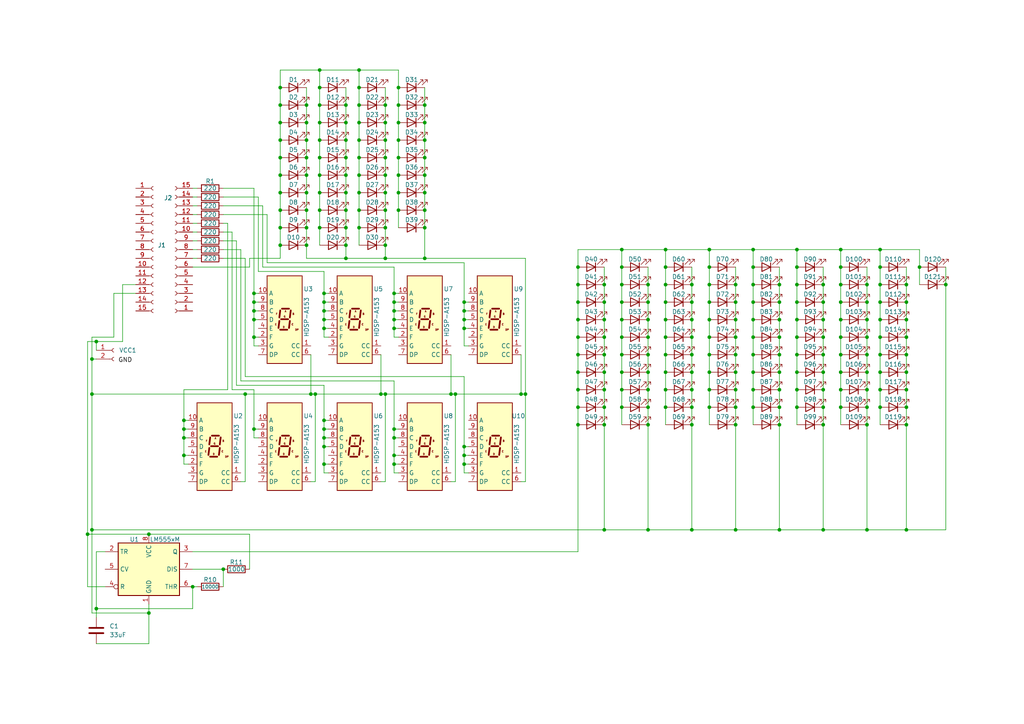
<source format=kicad_sch>
(kicad_sch (version 20250114) (generator "eeschema") (generator_version "9.0")
  (paper "A4")
  (lib_symbols
    (symbol "Connector:Conn_01x02_Socket" (pin_names (offset 1.016) (hide yes))
      (property "Reference" "J" (at 0 2.54 0))
      (property "Value" "Conn_01x02_Socket" (at 0 -5.08 0))
      (symbol "Conn_01x02_Socket_1_1"
        (pin passive line (at -5.08 0 0) (length 3.81) (name "Pin_1") (number "1"))
        (pin passive line (at -5.08 -2.54 0) (length 3.81) (name "Pin_2") (number "2"))
      )
    )
    (symbol "Connector:Conn_01x15_Socket" (pin_names (offset 1.016) (hide yes))
      (property "Reference" "J" (at 0 20.32 0))
      (property "Value" "Conn_01x15_Socket" (at 0 -20.32 0))
      (symbol "Conn_01x15_Socket_1_1"
        (pin passive line (at -5.08 17.78 0) (length 3.81) (name "Pin_1") (number "1"))
        (pin passive line (at -5.08 15.24 0) (length 3.81) (name "Pin_2") (number "2"))
        (pin passive line (at -5.08 12.7 0) (length 3.81) (name "Pin_3") (number "3"))
        (pin passive line (at -5.08 10.16 0) (length 3.81) (name "Pin_4") (number "4"))
        (pin passive line (at -5.08 7.62 0) (length 3.81) (name "Pin_5") (number "5"))
        (pin passive line (at -5.08 5.08 0) (length 3.81) (name "Pin_6") (number "6"))
        (pin passive line (at -5.08 2.54 0) (length 3.81) (name "Pin_7") (number "7"))
        (pin passive line (at -5.08 0 0) (length 3.81) (name "Pin_8") (number "8"))
        (pin passive line (at -5.08 -2.54 0) (length 3.81) (name "Pin_9") (number "9"))
        (pin passive line (at -5.08 -5.08 0) (length 3.81) (name "Pin_10") (number "10"))
        (pin passive line (at -5.08 -7.62 0) (length 3.81) (name "Pin_11") (number "11"))
        (pin passive line (at -5.08 -10.16 0) (length 3.81) (name "Pin_12") (number "12"))
        (pin passive line (at -5.08 -12.7 0) (length 3.81) (name "Pin_13") (number "13"))
        (pin passive line (at -5.08 -15.24 0) (length 3.81) (name "Pin_14") (number "14"))
        (pin passive line (at -5.08 -17.78 0) (length 3.81) (name "Pin_15") (number "15"))
      )
    )
    (symbol "Device:C" (pin_numbers (hide yes)) (pin_names (offset 0.254))
      (property "Reference" "C" (at 0.635 2.54 0))
      (property "Value" "C" (at 0.635 -2.54 0))
      (symbol "C_1_1"
        (pin passive line (at 0 3.81 270) (length 2.794) (name "~") (number "1"))
        (pin passive line (at 0 -3.81 90) (length 2.794) (name "~") (number "2"))
      )
    )
    (symbol "Device:LED" (pin_numbers (hide yes)) (pin_names (offset 1.016) (hide yes))
      (property "Reference" "D" (at 0 2.54 0))
      (property "Value" "LED" (at 0 -2.54 0))
      (symbol "LED_1_1"
        (pin passive line (at -3.81 0 0) (length 2.54) (name "K") (number "1"))
        (pin passive line (at 3.81 0 180) (length 2.54) (name "A") (number "2"))
      )
    )
    (symbol "Device:R" (pin_numbers (hide yes)) (pin_names (offset 0))
      (property "Reference" "R" (at 2.032 0 90))
      (property "Value" "R" (at 0 0 90))
      (symbol "R_1_1"
        (pin passive line (at 0 3.81 270) (length 1.27) (name "~") (number "1"))
        (pin passive line (at 0 -3.81 90) (length 1.27) (name "~") (number "2"))
      )
    )
    (symbol "Display_Character:HDSP-A153"
      (property "Reference" "U" (at -3.81 13.97 0))
      (property "Value" "HDSP-A153" (at 6.35 13.97 0))
      (symbol "HDSP-A153_1_0"
        (text "E" (at -2.54 -1.397 0) (effects (font (size 0.508 0.508))))
        (text "F" (at -2.286 1.651 0) (effects (font (size 0.508 0.508))))
        (text "D" (at -0.254 -2.159 0) (effects (font (size 0.508 0.508))))
        (text "G" (at 0 0.889 0) (effects (font (size 0.508 0.508))))
        (text "A" (at 0.254 2.413 0) (effects (font (size 0.508 0.508))))
        (text "C" (at 2.286 -1.397 0) (effects (font (size 0.508 0.508))))
        (text "B" (at 2.54 1.651 0) (effects (font (size 0.508 0.508))))
        (text "DP" (at 3.556 -2.921 0) (effects (font (size 0.508 0.508))))
      )
      (symbol "HDSP-A153_1_1"
        (pin input line (at -7.62 7.62 0) (length 2.54) (name "A") (number "10"))
        (pin input line (at -7.62 5.08 0) (length 2.54) (name "B") (number "9"))
        (pin input line (at -7.62 2.54 0) (length 2.54) (name "C") (number "8"))
        (pin input line (at -7.62 0 0) (length 2.54) (name "D") (number "5"))
        (pin input line (at -7.62 -2.54 0) (length 2.54) (name "E") (number "4"))
        (pin input line (at -7.62 -5.08 0) (length 2.54) (name "F") (number "2"))
        (pin input line (at -7.62 -7.62 0) (length 2.54) (name "G") (number "3"))
        (pin input line (at -7.62 -10.16 0) (length 2.54) (name "DP") (number "7"))
        (pin input line (at 7.62 -7.62 180) (length 2.54) (name "CC") (number "1"))
        (pin input line (at 7.62 -10.16 180) (length 2.54) (name "CC") (number "6"))
      )
    )
    (symbol "Timer:LM555xM"
      (property "Reference" "U" (at -10.16 8.89 0))
      (property "Value" "LM555xM" (at 2.54 8.89 0))
      (symbol "LM555xM_0_0"
        (pin power_in line (at 0 10.16 270) (length 2.54) (name "VCC") (number "8"))
        (pin power_in line (at 0 -10.16 90) (length 2.54) (name "GND") (number "1"))
      )
      (symbol "LM555xM_1_1"
        (pin input line (at -12.7 5.08 0) (length 3.81) (name "TR") (number "2"))
        (pin input line (at -12.7 0 0) (length 3.81) (name "CV") (number "5"))
        (pin input inverted (at -12.7 -5.08 0) (length 3.81) (name "R") (number "4"))
        (pin output line (at 12.7 5.08 180) (length 3.81) (name "Q") (number "3"))
        (pin input line (at 12.7 0 180) (length 3.81) (name "DIS") (number "7"))
        (pin input line (at 12.7 -5.08 180) (length 3.81) (name "THR") (number "6"))
      )
    )
  )
  (junction (at 218.44 97.79))
  (junction (at 243.84 87.63))
  (junction (at 200.66 102.87))
  (junction (at 92.71 55.88))
  (junction (at 255.27 92.71))
  (junction (at 205.74 92.71))
  (junction (at 218.44 113.03))
  (junction (at 255.27 72.39))
  (junction (at 243.84 118.11))
  (junction (at 88.9 35.56))
  (junction (at 123.19 30.48))
  (junction (at 81.28 25.4))
  (junction (at 231.14 118.11))
  (junction (at 180.34 97.79))
  (junction (at 200.66 82.55))
  (junction (at 175.26 87.63))
  (junction (at 175.26 82.55))
  (junction (at 180.34 77.47))
  (junction (at 255.27 102.87))
  (junction (at 92.71 45.72))
  (junction (at 167.64 92.71))
  (junction (at 111.76 45.72))
  (junction (at 26.67 114.3))
  (junction (at 205.74 97.79))
  (junction (at 26.67 153.67))
  (junction (at 187.96 113.03))
  (junction (at 238.76 102.87))
  (junction (at 193.04 118.11))
  (junction (at 193.04 82.55))
  (junction (at 205.74 72.39))
  (junction (at 274.32 82.55))
  (junction (at 115.57 60.96))
  (junction (at 251.46 113.03))
  (junction (at 114.3 134.62))
  (junction (at 205.74 77.47))
  (junction (at 238.76 82.55))
  (junction (at 200.66 92.71))
  (junction (at 251.46 123.19))
  (junction (at 175.26 123.19))
  (junction (at 205.74 107.95))
  (junction (at 100.33 40.64))
  (junction (at 187.96 107.95))
  (junction (at 26.67 104.14))
  (junction (at 213.36 87.63))
  (junction (at 251.46 82.55))
  (junction (at 151.13 114.3))
  (junction (at 218.44 87.63))
  (junction (at 226.06 118.11))
  (junction (at 92.71 66.04))
  (junction (at 134.62 132.08))
  (junction (at 187.96 118.11))
  (junction (at 187.96 87.63))
  (junction (at 243.84 102.87))
  (junction (at 71.12 114.3))
  (junction (at 251.46 107.95))
  (junction (at 104.14 50.8))
  (junction (at 255.27 82.55))
  (junction (at 175.26 102.87))
  (junction (at 114.3 95.25))
  (junction (at 92.71 30.48))
  (junction (at 134.62 90.17))
  (junction (at 111.76 66.04))
  (junction (at 205.74 118.11))
  (junction (at 100.33 30.48))
  (junction (at 134.62 92.71))
  (junction (at 200.66 118.11))
  (junction (at 262.89 87.63))
  (junction (at 134.62 134.62))
  (junction (at 93.98 87.63))
  (junction (at 100.33 66.04))
  (junction (at 167.64 113.03))
  (junction (at 200.66 153.67))
  (junction (at 218.44 107.95))
  (junction (at 123.19 40.64))
  (junction (at 200.66 113.03))
  (junction (at 255.27 118.11))
  (junction (at 93.98 129.54))
  (junction (at 111.76 55.88))
  (junction (at 175.26 113.03))
  (junction (at 152.4 114.3))
  (junction (at 243.84 92.71))
  (junction (at 123.19 45.72))
  (junction (at 114.3 85.09))
  (junction (at 262.89 113.03))
  (junction (at 115.57 50.8))
  (junction (at 218.44 82.55))
  (junction (at 231.14 77.47))
  (junction (at 115.57 35.56))
  (junction (at 73.66 124.46))
  (junction (at 111.76 71.12))
  (junction (at 180.34 87.63))
  (junction (at 93.98 124.46))
  (junction (at 88.9 40.64))
  (junction (at 213.36 92.71))
  (junction (at 226.06 82.55))
  (junction (at 218.44 72.39))
  (junction (at 243.84 97.79))
  (junction (at 91.44 114.3))
  (junction (at 110.49 114.3))
  (junction (at 104.14 40.64))
  (junction (at 226.06 153.67))
  (junction (at 93.98 127))
  (junction (at 231.14 72.39))
  (junction (at 205.74 87.63))
  (junction (at 251.46 153.67))
  (junction (at 262.89 82.55))
  (junction (at 92.71 35.56))
  (junction (at 238.76 118.11))
  (junction (at 114.3 92.71))
  (junction (at 243.84 72.39))
  (junction (at 262.89 102.87))
  (junction (at 243.84 113.03))
  (junction (at 243.84 77.47))
  (junction (at 226.06 92.71))
  (junction (at 81.28 35.56))
  (junction (at 231.14 102.87))
  (junction (at 81.28 55.88))
  (junction (at 88.9 71.12))
  (junction (at 262.89 153.67))
  (junction (at 167.64 123.19))
  (junction (at 123.19 50.8))
  (junction (at 115.57 45.72))
  (junction (at 187.96 92.71))
  (junction (at 111.76 40.64))
  (junction (at 187.96 82.55))
  (junction (at 193.04 92.71))
  (junction (at 218.44 102.87))
  (junction (at 175.26 92.71))
  (junction (at 238.76 87.63))
  (junction (at 193.04 107.95))
  (junction (at 134.62 129.54))
  (junction (at 231.14 107.95))
  (junction (at 100.33 35.56))
  (junction (at 73.66 85.09))
  (junction (at 55.88 170.18))
  (junction (at 100.33 55.88))
  (junction (at 262.89 97.79))
  (junction (at 175.26 107.95))
  (junction (at 167.64 97.79))
  (junction (at 93.98 121.92))
  (junction (at 255.27 113.03))
  (junction (at 92.71 50.8))
  (junction (at 213.36 102.87))
  (junction (at 167.64 118.11))
  (junction (at 200.66 87.63))
  (junction (at 251.46 102.87))
  (junction (at 205.74 102.87))
  (junction (at 213.36 107.95))
  (junction (at 92.71 25.4))
  (junction (at 93.98 95.25))
  (junction (at 73.66 87.63))
  (junction (at 27.94 99.06))
  (junction (at 238.76 123.19))
  (junction (at 255.27 77.47))
  (junction (at 81.28 66.04))
  (junction (at 104.14 66.04))
  (junction (at 73.66 97.79))
  (junction (at 100.33 71.12))
  (junction (at 134.62 87.63))
  (junction (at 111.76 60.96))
  (junction (at 180.34 82.55))
  (junction (at 92.71 60.96))
  (junction (at 81.28 45.72))
  (junction (at 104.14 60.96))
  (junction (at 43.18 154.94))
  (junction (at 53.34 121.92))
  (junction (at 251.46 97.79))
  (junction (at 255.27 107.95))
  (junction (at 167.64 87.63))
  (junction (at 255.27 97.79))
  (junction (at 114.3 90.17))
  (junction (at 180.34 118.11))
  (junction (at 111.76 30.48))
  (junction (at 226.06 113.03))
  (junction (at 104.14 30.48))
  (junction (at 251.46 87.63))
  (junction (at 193.04 97.79))
  (junction (at 226.06 123.19))
  (junction (at 88.9 60.96))
  (junction (at 175.26 118.11))
  (junction (at 123.19 35.56))
  (junction (at 243.84 107.95))
  (junction (at 262.89 107.95))
  (junction (at 115.57 25.4))
  (junction (at 180.34 113.03))
  (junction (at 213.36 97.79))
  (junction (at 53.34 127))
  (junction (at 238.76 153.67))
  (junction (at 213.36 153.67))
  (junction (at 111.76 114.3))
  (junction (at 93.98 92.71))
  (junction (at 187.96 97.79))
  (junction (at 88.9 55.88))
  (junction (at 218.44 77.47))
  (junction (at 231.14 92.71))
  (junction (at 123.19 60.96))
  (junction (at 123.19 66.04))
  (junction (at 262.89 123.19))
  (junction (at 231.14 113.03))
  (junction (at 25.4 154.94))
  (junction (at 111.76 50.8))
  (junction (at 130.81 114.3))
  (junction (at 73.66 92.71))
  (junction (at 134.62 95.25))
  (junction (at 238.76 107.95))
  (junction (at 81.28 50.8))
  (junction (at 88.9 30.48))
  (junction (at 81.28 60.96))
  (junction (at 100.33 50.8))
  (junction (at 213.36 118.11))
  (junction (at 100.33 45.72))
  (junction (at 187.96 153.67))
  (junction (at 180.34 107.95))
  (junction (at 81.28 40.64))
  (junction (at 115.57 40.64))
  (junction (at 193.04 102.87))
  (junction (at 187.96 123.19))
  (junction (at 123.19 74.93))
  (junction (at 238.76 97.79))
  (junction (at 92.71 20.32))
  (junction (at 104.14 35.56))
  (junction (at 213.36 113.03))
  (junction (at 218.44 92.71))
  (junction (at 123.19 55.88))
  (junction (at 132.08 114.3))
  (junction (at 226.06 102.87))
  (junction (at 104.14 55.88))
  (junction (at 213.36 123.19))
  (junction (at 114.3 124.46))
  (junction (at 93.98 134.62))
  (junction (at 114.3 127))
  (junction (at 226.06 87.63))
  (junction (at 193.04 113.03))
  (junction (at 226.06 97.79))
  (junction (at 251.46 118.11))
  (junction (at 231.14 97.79))
  (junction (at 262.89 118.11))
  (junction (at 167.64 77.47))
  (junction (at 100.33 60.96))
  (junction (at 180.34 102.87))
  (junction (at 43.18 177.8))
  (junction (at 200.66 97.79))
  (junction (at 193.04 77.47))
  (junction (at 167.64 107.95))
  (junction (at 115.57 55.88))
  (junction (at 93.98 85.09))
  (junction (at 193.04 87.63))
  (junction (at 231.14 82.55))
  (junction (at 104.14 25.4))
  (junction (at 238.76 92.71))
  (junction (at 104.14 20.32))
  (junction (at 251.46 92.71))
  (junction (at 104.14 45.72))
  (junction (at 193.04 72.39))
  (junction (at 238.76 113.03))
  (junction (at 111.76 74.93))
  (junction (at 243.84 82.55))
  (junction (at 200.66 123.19))
  (junction (at 175.26 97.79))
  (junction (at 231.14 87.63))
  (junction (at 180.34 72.39))
  (junction (at 111.76 35.56))
  (junction (at 115.57 30.48))
  (junction (at 73.66 90.17))
  (junction (at 81.28 71.12))
  (junction (at 218.44 118.11))
  (junction (at 53.34 124.46))
  (junction (at 167.64 82.55))
  (junction (at 88.9 50.8))
  (junction (at 262.89 92.71))
  (junction (at 167.64 102.87))
  (junction (at 266.7 77.47))
  (junction (at 213.36 82.55))
  (junction (at 205.74 82.55))
  (junction (at 92.71 40.64))
  (junction (at 100.33 74.93))
  (junction (at 175.26 153.67))
  (junction (at 88.9 45.72))
  (junction (at 114.3 87.63))
  (junction (at 27.94 176.53))
  (junction (at 64.77 165.1))
  (junction (at 114.3 132.08))
  (junction (at 93.98 90.17))
  (junction (at 180.34 92.71))
  (junction (at 88.9 66.04))
  (junction (at 81.28 30.48))
  (junction (at 53.34 132.08))
  (junction (at 205.74 113.03))
  (junction (at 226.06 107.95))
  (junction (at 255.27 87.63))
  (junction (at 200.66 107.95))
  (junction (at 187.96 102.87))
  (junction (at 90.17 114.3))
  (wire (pts (xy 104.14 45.72) (xy 104.14 50.8)))
  (wire (pts (xy 130.81 114.3) (xy 132.08 114.3)))
  (wire (pts (xy 74.93 78.74) (xy 93.98 78.74)))
  (wire (pts (xy 104.14 66.04) (xy 104.14 71.12)))
  (wire (pts (xy 93.98 92.71) (xy 95.25 92.71)))
  (wire (pts (xy 111.76 45.72) (xy 111.76 50.8)))
  (wire (pts (xy 205.74 87.63) (xy 205.74 92.71)))
  (wire (pts (xy 205.74 118.11) (xy 205.74 123.19)))
  (wire (pts (xy 134.62 90.17) (xy 134.62 92.71)))
  (wire (pts (xy 180.34 102.87) (xy 180.34 107.95)))
  (wire (pts (xy 81.28 45.72) (xy 81.28 40.64)))
  (wire (pts (xy 81.28 50.8) (xy 81.28 45.72)))
  (wire (pts (xy 35.56 82.55) (xy 35.56 99.06)))
  (wire (pts (xy 93.98 85.09) (xy 93.98 87.63)))
  (wire (pts (xy 175.26 102.87) (xy 175.26 107.95)))
  (wire (pts (xy 200.66 113.03) (xy 200.66 118.11)))
  (wire (pts (xy 114.3 85.09) (xy 115.57 85.09)))
  (wire (pts (xy 255.27 97.79) (xy 255.27 92.71)))
  (wire (pts (xy 167.64 123.19) (xy 167.64 118.11)))
  (wire (pts (xy 73.66 113.03) (xy 73.66 124.46)))
  (wire (pts (xy 167.64 102.87) (xy 167.64 97.79)))
  (wire (pts (xy 123.19 35.56) (xy 123.19 40.64)))
  (wire (pts (xy 27.94 99.06) (xy 27.94 101.6)))
  (wire (pts (xy 218.44 77.47) (xy 218.44 82.55)))
  (wire (pts (xy 111.76 35.56) (xy 111.76 40.64)))
  (wire (pts (xy 64.77 165.1) (xy 64.77 170.18)))
  (wire (pts (xy 226.06 123.19) (xy 226.06 153.67)))
  (wire (pts (xy 187.96 92.71) (xy 187.96 97.79)))
  (wire (pts (xy 25.4 170.18) (xy 25.4 154.94)))
  (wire (pts (xy 114.3 124.46) (xy 114.3 127)))
  (wire (pts (xy 243.84 77.47) (xy 243.84 82.55)))
  (wire (pts (xy 88.9 45.72) (xy 88.9 40.64)))
  (wire (pts (xy 111.76 50.8) (xy 111.76 55.88)))
  (wire (pts (xy 55.88 57.15) (xy 57.15 57.15)))
  (wire (pts (xy 81.28 60.96) (xy 81.28 55.88)))
  (wire (pts (xy 187.96 97.79) (xy 187.96 102.87)))
  (wire (pts (xy 231.14 118.11) (xy 231.14 123.19)))
  (wire (pts (xy 218.44 107.95) (xy 218.44 113.03)))
  (wire (pts (xy 226.06 82.55) (xy 226.06 87.63)))
  (wire (pts (xy 53.34 127) (xy 53.34 132.08)))
  (wire (pts (xy 205.74 72.39) (xy 218.44 72.39)))
  (wire (pts (xy 175.26 82.55) (xy 175.26 87.63)))
  (wire (pts (xy 243.84 113.03) (xy 243.84 118.11)))
  (wire (pts (xy 175.26 123.19) (xy 175.26 153.67)))
  (wire (pts (xy 205.74 97.79) (xy 205.74 102.87)))
  (wire (pts (xy 238.76 123.19) (xy 238.76 153.67)))
  (wire (pts (xy 115.57 25.4) (xy 115.57 30.48)))
  (wire (pts (xy 262.89 107.95) (xy 262.89 113.03)))
  (wire (pts (xy 152.4 114.3) (xy 151.13 114.3)))
  (wire (pts (xy 134.62 134.62) (xy 134.62 137.16)))
  (wire (pts (xy 218.44 72.39) (xy 231.14 72.39)))
  (wire (pts (xy 262.89 97.79) (xy 262.89 102.87)))
  (wire (pts (xy 180.34 92.71) (xy 180.34 97.79)))
  (wire (pts (xy 88.9 71.12) (xy 88.9 66.04)))
  (wire (pts (xy 238.76 113.03) (xy 238.76 118.11)))
  (wire (pts (xy 175.26 87.63) (xy 175.26 92.71)))
  (wire (pts (xy 123.19 25.4) (xy 123.19 30.48)))
  (wire (pts (xy 193.04 82.55) (xy 193.04 87.63)))
  (wire (pts (xy 104.14 60.96) (xy 104.14 66.04)))
  (wire (pts (xy 243.84 92.71) (xy 243.84 97.79)))
  (wire (pts (xy 200.66 92.71) (xy 200.66 97.79)))
  (wire (pts (xy 33.02 97.79) (xy 26.67 97.79)))
  (wire (pts (xy 238.76 97.79) (xy 238.76 102.87)))
  (wire (pts (xy 205.74 92.71) (xy 205.74 97.79)))
  (wire (pts (xy 134.62 129.54) (xy 134.62 132.08)))
  (wire (pts (xy 92.71 20.32) (xy 104.14 20.32)))
  (wire (pts (xy 134.62 129.54) (xy 135.89 129.54)))
  (wire (pts (xy 238.76 107.95) (xy 238.76 113.03)))
  (wire (pts (xy 115.57 55.88) (xy 115.57 60.96)))
  (wire (pts (xy 53.34 124.46) (xy 53.34 127)))
  (wire (pts (xy 266.7 77.47) (xy 266.7 82.55)))
  (wire (pts (xy 218.44 118.11) (xy 218.44 123.19)))
  (wire (pts (xy 187.96 113.03) (xy 187.96 118.11)))
  (wire (pts (xy 77.47 76.2) (xy 134.62 76.2)))
  (wire (pts (xy 81.28 55.88) (xy 81.28 50.8)))
  (wire (pts (xy 213.36 113.03) (xy 213.36 118.11)))
  (wire (pts (xy 226.06 113.03) (xy 226.06 118.11)))
  (wire (pts (xy 251.46 87.63) (xy 251.46 92.71)))
  (wire (pts (xy 55.88 77.47) (xy 72.39 77.47)))
  (wire (pts (xy 243.84 97.79) (xy 243.84 102.87)))
  (wire (pts (xy 30.48 170.18) (xy 25.4 170.18)))
  (wire (pts (xy 104.14 50.8) (xy 104.14 55.88)))
  (wire (pts (xy 69.85 72.39) (xy 69.85 110.49)))
  (wire (pts (xy 205.74 107.95) (xy 205.74 113.03)))
  (wire (pts (xy 218.44 102.87) (xy 218.44 107.95)))
  (wire (pts (xy 205.74 113.03) (xy 205.74 118.11)))
  (wire (pts (xy 130.81 102.87) (xy 130.81 114.3)))
  (wire (pts (xy 238.76 87.63) (xy 238.76 92.71)))
  (wire (pts (xy 115.57 35.56) (xy 115.57 40.64)))
  (wire (pts (xy 64.77 74.93) (xy 71.12 74.93)))
  (wire (pts (xy 114.3 134.62) (xy 115.57 134.62)))
  (wire (pts (xy 73.66 124.46) (xy 74.93 124.46)))
  (wire (pts (xy 100.33 30.48) (xy 100.33 35.56)))
  (wire (pts (xy 175.26 113.03) (xy 175.26 118.11)))
  (wire (pts (xy 218.44 113.03) (xy 218.44 118.11)))
  (wire (pts (xy 93.98 111.76) (xy 93.98 121.92)))
  (wire (pts (xy 200.66 123.19) (xy 200.66 153.67)))
  (wire (pts (xy 255.27 82.55) (xy 255.27 77.47)))
  (wire (pts (xy 115.57 60.96) (xy 115.57 66.04)))
  (wire (pts (xy 92.71 20.32) (xy 92.71 25.4)))
  (wire (pts (xy 93.98 78.74) (xy 93.98 85.09)))
  (wire (pts (xy 231.14 72.39) (xy 243.84 72.39)))
  (wire (pts (xy 180.34 118.11) (xy 180.34 123.19)))
  (wire (pts (xy 66.04 64.77) (xy 66.04 113.03)))
  (wire (pts (xy 134.62 87.63) (xy 135.89 87.63)))
  (wire (pts (xy 262.89 102.87) (xy 262.89 107.95)))
  (wire (pts (xy 251.46 102.87) (xy 251.46 107.95)))
  (wire (pts (xy 100.33 60.96) (xy 100.33 66.04)))
  (wire (pts (xy 218.44 82.55) (xy 218.44 87.63)))
  (wire (pts (xy 251.46 97.79) (xy 251.46 102.87)))
  (wire (pts (xy 193.04 77.47) (xy 193.04 82.55)))
  (wire (pts (xy 55.88 72.39) (xy 57.15 72.39)))
  (wire (pts (xy 64.77 57.15) (xy 74.93 57.15)))
  (wire (pts (xy 115.57 20.32) (xy 115.57 25.4)))
  (wire (pts (xy 200.66 102.87) (xy 200.66 107.95)))
  (wire (pts (xy 90.17 114.3) (xy 91.44 114.3)))
  (wire (pts (xy 226.06 118.11) (xy 226.06 123.19)))
  (wire (pts (xy 226.06 153.67) (xy 238.76 153.67)))
  (wire (pts (xy 27.94 186.69) (xy 43.18 186.69)))
  (wire (pts (xy 167.64 77.47) (xy 167.64 72.39)))
  (wire (pts (xy 262.89 82.55) (xy 262.89 87.63)))
  (wire (pts (xy 134.62 95.25) (xy 134.62 100.33)))
  (wire (pts (xy 255.27 102.87) (xy 255.27 97.79)))
  (wire (pts (xy 251.46 118.11) (xy 251.46 123.19)))
  (wire (pts (xy 180.34 87.63) (xy 180.34 92.71)))
  (wire (pts (xy 123.19 40.64) (xy 123.19 45.72)))
  (wire (pts (xy 104.14 35.56) (xy 104.14 40.64)))
  (wire (pts (xy 152.4 139.7) (xy 152.4 114.3)))
  (wire (pts (xy 55.88 64.77) (xy 57.15 64.77)))
  (wire (pts (xy 111.76 139.7) (xy 111.76 114.3)))
  (wire (pts (xy 238.76 102.87) (xy 238.76 107.95)))
  (wire (pts (xy 134.62 87.63) (xy 134.62 90.17)))
  (wire (pts (xy 35.56 82.55) (xy 39.37 82.55)))
  (wire (pts (xy 123.19 50.8) (xy 123.19 55.88)))
  (wire (pts (xy 72.39 77.47) (xy 72.39 74.93)))
  (wire (pts (xy 73.66 97.79) (xy 73.66 92.71)))
  (wire (pts (xy 92.71 30.48) (xy 92.71 35.56)))
  (wire (pts (xy 81.28 25.4) (xy 81.28 20.32)))
  (wire (pts (xy 226.06 107.95) (xy 226.06 113.03)))
  (wire (pts (xy 175.26 118.11) (xy 175.26 123.19)))
  (wire (pts (xy 167.64 92.71) (xy 167.64 87.63)))
  (wire (pts (xy 114.3 132.08) (xy 115.57 132.08)))
  (wire (pts (xy 262.89 87.63) (xy 262.89 92.71)))
  (wire (pts (xy 226.06 77.47) (xy 226.06 82.55)))
  (wire (pts (xy 100.33 74.93) (xy 88.9 74.93)))
  (wire (pts (xy 91.44 114.3) (xy 110.49 114.3)))
  (wire (pts (xy 73.66 90.17) (xy 74.93 90.17)))
  (wire (pts (xy 104.14 20.32) (xy 104.14 25.4)))
  (wire (pts (xy 68.58 69.85) (xy 68.58 111.76)))
  (wire (pts (xy 213.36 82.55) (xy 213.36 87.63)))
  (wire (pts (xy 226.06 97.79) (xy 226.06 102.87)))
  (wire (pts (xy 262.89 77.47) (xy 262.89 82.55)))
  (wire (pts (xy 104.14 40.64) (xy 104.14 45.72)))
  (wire (pts (xy 262.89 92.71) (xy 262.89 97.79)))
  (wire (pts (xy 76.2 77.47) (xy 114.3 77.47)))
  (wire (pts (xy 205.74 102.87) (xy 205.74 107.95)))
  (wire (pts (xy 251.46 113.03) (xy 251.46 118.11)))
  (wire (pts (xy 68.58 111.76) (xy 93.98 111.76)))
  (wire (pts (xy 88.9 60.96) (xy 88.9 55.88)))
  (wire (pts (xy 115.57 30.48) (xy 115.57 35.56)))
  (wire (pts (xy 134.62 137.16) (xy 135.89 137.16)))
  (wire (pts (xy 81.28 74.93) (xy 81.28 71.12)))
  (wire (pts (xy 111.76 40.64) (xy 111.76 45.72)))
  (wire (pts (xy 71.12 139.7) (xy 69.85 139.7)))
  (wire (pts (xy 53.34 121.92) (xy 53.34 124.46)))
  (wire (pts (xy 53.34 132.08) (xy 53.34 134.62)))
  (wire (pts (xy 251.46 82.55) (xy 251.46 87.63)))
  (wire (pts (xy 115.57 40.64) (xy 115.57 45.72)))
  (wire (pts (xy 193.04 87.63) (xy 193.04 92.71)))
  (wire (pts (xy 26.67 177.8) (xy 43.18 177.8)))
  (wire (pts (xy 123.19 30.48) (xy 123.19 35.56)))
  (wire (pts (xy 255.27 92.71) (xy 255.27 87.63)))
  (wire (pts (xy 200.66 118.11) (xy 200.66 123.19)))
  (wire (pts (xy 200.66 107.95) (xy 200.66 113.03)))
  (wire (pts (xy 238.76 77.47) (xy 238.76 82.55)))
  (wire (pts (xy 167.64 97.79) (xy 167.64 92.71)))
  (wire (pts (xy 262.89 113.03) (xy 262.89 118.11)))
  (wire (pts (xy 134.62 109.22) (xy 134.62 129.54)))
  (wire (pts (xy 64.77 54.61) (xy 73.66 54.61)))
  (wire (pts (xy 100.33 55.88) (xy 100.33 60.96)))
  (wire (pts (xy 71.12 74.93) (xy 71.12 109.22)))
  (wire (pts (xy 55.88 69.85) (xy 57.15 69.85)))
  (wire (pts (xy 115.57 50.8) (xy 115.57 55.88)))
  (wire (pts (xy 88.9 66.04) (xy 88.9 60.96)))
  (wire (pts (xy 213.36 118.11) (xy 213.36 123.19)))
  (wire (pts (xy 93.98 90.17) (xy 95.25 90.17)))
  (wire (pts (xy 187.96 102.87) (xy 187.96 107.95)))
  (wire (pts (xy 93.98 97.79) (xy 95.25 97.79)))
  (wire (pts (xy 66.04 113.03) (xy 53.34 113.03)))
  (wire (pts (xy 213.36 107.95) (xy 213.36 113.03)))
  (wire (pts (xy 238.76 92.71) (xy 238.76 97.79)))
  (wire (pts (xy 255.27 118.11) (xy 255.27 113.03)))
  (wire (pts (xy 93.98 129.54) (xy 95.25 129.54)))
  (wire (pts (xy 231.14 97.79) (xy 231.14 102.87)))
  (wire (pts (xy 200.66 87.63) (xy 200.66 92.71)))
  (wire (pts (xy 77.47 62.23) (xy 77.47 76.2)))
  (wire (pts (xy 104.14 30.48) (xy 104.14 35.56)))
  (wire (pts (xy 111.76 60.96) (xy 111.76 66.04)))
  (wire (pts (xy 175.26 153.67) (xy 187.96 153.67)))
  (wire (pts (xy 81.28 40.64) (xy 81.28 35.56)))
  (wire (pts (xy 64.77 72.39) (xy 69.85 72.39)))
  (wire (pts (xy 205.74 82.55) (xy 205.74 87.63)))
  (wire (pts (xy 187.96 82.55) (xy 187.96 87.63)))
  (wire (pts (xy 43.18 175.26) (xy 43.18 177.8)))
  (wire (pts (xy 92.71 50.8) (xy 92.71 55.88)))
  (wire (pts (xy 26.67 104.14) (xy 27.94 104.14)))
  (wire (pts (xy 26.67 153.67) (xy 26.67 177.8)))
  (wire (pts (xy 91.44 139.7) (xy 91.44 114.3)))
  (wire (pts (xy 93.98 87.63) (xy 95.25 87.63)))
  (wire (pts (xy 193.04 113.03) (xy 193.04 118.11)))
  (wire (pts (xy 262.89 118.11) (xy 262.89 123.19)))
  (wire (pts (xy 81.28 71.12) (xy 81.28 66.04)))
  (wire (pts (xy 73.66 54.61) (xy 73.66 85.09)))
  (wire (pts (xy 114.3 124.46) (xy 115.57 124.46)))
  (wire (pts (xy 93.98 127) (xy 93.98 129.54)))
  (wire (pts (xy 231.14 77.47) (xy 231.14 82.55)))
  (wire (pts (xy 93.98 92.71) (xy 93.98 95.25)))
  (wire (pts (xy 255.27 107.95) (xy 255.27 102.87)))
  (wire (pts (xy 134.62 92.71) (xy 134.62 95.25)))
  (wire (pts (xy 55.88 170.18) (xy 57.15 170.18)))
  (wire (pts (xy 218.44 87.63) (xy 218.44 92.71)))
  (wire (pts (xy 255.27 77.47) (xy 255.27 72.39)))
  (wire (pts (xy 93.98 121.92) (xy 95.25 121.92)))
  (wire (pts (xy 180.34 82.55) (xy 180.34 87.63)))
  (wire (pts (xy 243.84 87.63) (xy 243.84 92.71)))
  (wire (pts (xy 167.64 118.11) (xy 167.64 113.03)))
  (wire (pts (xy 71.12 109.22) (xy 134.62 109.22)))
  (wire (pts (xy 88.9 40.64) (xy 88.9 35.56)))
  (wire (pts (xy 213.36 123.19) (xy 213.36 153.67)))
  (wire (pts (xy 93.98 134.62) (xy 93.98 137.16)))
  (wire (pts (xy 76.2 59.69) (xy 76.2 77.47)))
  (wire (pts (xy 114.3 87.63) (xy 115.57 87.63)))
  (wire (pts (xy 111.76 74.93) (xy 100.33 74.93)))
  (wire (pts (xy 187.96 107.95) (xy 187.96 113.03)))
  (wire (pts (xy 251.46 77.47) (xy 251.46 82.55)))
  (wire (pts (xy 93.98 129.54) (xy 93.98 134.62)))
  (wire (pts (xy 114.3 95.25) (xy 114.3 97.79)))
  (wire (pts (xy 151.13 102.87) (xy 151.13 114.3)))
  (wire (pts (xy 231.14 72.39) (xy 231.14 77.47)))
  (wire (pts (xy 167.64 82.55) (xy 167.64 77.47)))
  (wire (pts (xy 55.88 67.31) (xy 57.15 67.31)))
  (wire (pts (xy 104.14 55.88) (xy 104.14 60.96)))
  (wire (pts (xy 167.64 87.63) (xy 167.64 82.55)))
  (wire (pts (xy 73.66 87.63) (xy 74.93 87.63)))
  (wire (pts (xy 251.46 92.71) (xy 251.46 97.79)))
  (wire (pts (xy 104.14 20.32) (xy 115.57 20.32)))
  (wire (pts (xy 71.12 114.3) (xy 90.17 114.3)))
  (wire (pts (xy 251.46 153.67) (xy 262.89 153.67)))
  (wire (pts (xy 243.84 82.55) (xy 243.84 87.63)))
  (wire (pts (xy 33.02 85.09) (xy 33.02 97.79)))
  (wire (pts (xy 243.84 72.39) (xy 255.27 72.39)))
  (wire (pts (xy 111.76 55.88) (xy 111.76 60.96)))
  (wire (pts (xy 187.96 77.47) (xy 187.96 82.55)))
  (wire (pts (xy 55.88 62.23) (xy 57.15 62.23)))
  (wire (pts (xy 114.3 134.62) (xy 114.3 137.16)))
  (wire (pts (xy 92.71 45.72) (xy 92.71 50.8)))
  (wire (pts (xy 33.02 85.09) (xy 39.37 85.09)))
  (wire (pts (xy 55.88 176.53) (xy 55.88 170.18)))
  (wire (pts (xy 93.98 95.25) (xy 95.25 95.25)))
  (wire (pts (xy 243.84 107.95) (xy 243.84 113.03)))
  (wire (pts (xy 200.66 97.79) (xy 200.66 102.87)))
  (wire (pts (xy 243.84 102.87) (xy 243.84 107.95)))
  (wire (pts (xy 72.39 74.93) (xy 81.28 74.93)))
  (wire (pts (xy 193.04 107.95) (xy 193.04 113.03)))
  (wire (pts (xy 88.9 35.56) (xy 88.9 30.48)))
  (wire (pts (xy 167.64 72.39) (xy 180.34 72.39)))
  (wire (pts (xy 93.98 121.92) (xy 93.98 124.46)))
  (wire (pts (xy 152.4 114.3) (xy 152.4 74.93)))
  (wire (pts (xy 67.31 67.31) (xy 67.31 113.03)))
  (wire (pts (xy 92.71 40.64) (xy 92.71 45.72)))
  (wire (pts (xy 231.14 102.87) (xy 231.14 107.95)))
  (wire (pts (xy 111.76 66.04) (xy 111.76 71.12)))
  (wire (pts (xy 27.94 99.06) (xy 25.4 99.06)))
  (wire (pts (xy 67.31 113.03) (xy 73.66 113.03)))
  (wire (pts (xy 110.49 139.7) (xy 111.76 139.7)))
  (wire (pts (xy 187.96 123.19) (xy 187.96 153.67)))
  (wire (pts (xy 213.36 87.63) (xy 213.36 92.71)))
  (wire (pts (xy 81.28 20.32) (xy 92.71 20.32)))
  (wire (pts (xy 193.04 118.11) (xy 193.04 123.19)))
  (wire (pts (xy 274.32 153.67) (xy 274.32 82.55)))
  (wire (pts (xy 114.3 95.25) (xy 115.57 95.25)))
  (wire (pts (xy 100.33 25.4) (xy 100.33 30.48)))
  (wire (pts (xy 175.26 77.47) (xy 175.26 82.55)))
  (wire (pts (xy 114.3 92.71) (xy 115.57 92.71)))
  (wire (pts (xy 134.62 132.08) (xy 135.89 132.08)))
  (wire (pts (xy 88.9 55.88) (xy 88.9 50.8)))
  (wire (pts (xy 93.98 124.46) (xy 95.25 124.46)))
  (wire (pts (xy 92.71 66.04) (xy 92.71 71.12)))
  (wire (pts (xy 111.76 114.3) (xy 130.81 114.3)))
  (wire (pts (xy 175.26 107.95) (xy 175.26 113.03)))
  (wire (pts (xy 251.46 107.95) (xy 251.46 113.03)))
  (wire (pts (xy 92.71 25.4) (xy 92.71 30.48)))
  (wire (pts (xy 115.57 45.72) (xy 115.57 50.8)))
  (wire (pts (xy 88.9 30.48) (xy 88.9 25.4)))
  (wire (pts (xy 114.3 90.17) (xy 114.3 92.71)))
  (wire (pts (xy 200.66 82.55) (xy 200.66 87.63)))
  (wire (pts (xy 114.3 87.63) (xy 114.3 90.17)))
  (wire (pts (xy 114.3 90.17) (xy 115.57 90.17)))
  (wire (pts (xy 231.14 82.55) (xy 231.14 87.63)))
  (wire (pts (xy 266.7 72.39) (xy 266.7 77.47)))
  (wire (pts (xy 226.06 102.87) (xy 226.06 107.95)))
  (wire (pts (xy 64.77 62.23) (xy 77.47 62.23)))
  (wire (pts (xy 180.34 72.39) (xy 193.04 72.39)))
  (wire (pts (xy 88.9 50.8) (xy 88.9 45.72)))
  (wire (pts (xy 100.33 50.8) (xy 100.33 55.88)))
  (wire (pts (xy 218.44 97.79) (xy 218.44 102.87)))
  (wire (pts (xy 73.66 90.17) (xy 73.66 92.71)))
  (wire (pts (xy 175.26 92.71) (xy 175.26 97.79)))
  (wire (pts (xy 238.76 82.55) (xy 238.76 87.63)))
  (wire (pts (xy 175.26 97.79) (xy 175.26 102.87)))
  (wire (pts (xy 255.27 72.39) (xy 266.7 72.39)))
  (wire (pts (xy 73.66 85.09) (xy 74.93 85.09)))
  (wire (pts (xy 193.04 72.39) (xy 193.04 77.47)))
  (wire (pts (xy 110.49 114.3) (xy 111.76 114.3)))
  (wire (pts (xy 93.98 127) (xy 95.25 127)))
  (wire (pts (xy 73.66 87.63) (xy 73.66 85.09)))
  (wire (pts (xy 134.62 92.71) (xy 135.89 92.71)))
  (wire (pts (xy 55.88 165.1) (xy 64.77 165.1)))
  (wire (pts (xy 81.28 66.04) (xy 81.28 60.96)))
  (wire (pts (xy 88.9 74.93) (xy 88.9 71.12)))
  (wire (pts (xy 100.33 66.04) (xy 100.33 71.12)))
  (wire (pts (xy 53.34 134.62) (xy 54.61 134.62)))
  (wire (pts (xy 193.04 72.39) (xy 205.74 72.39)))
  (wire (pts (xy 25.4 154.94) (xy 43.18 154.94)))
  (wire (pts (xy 187.96 87.63) (xy 187.96 92.71)))
  (wire (pts (xy 213.36 92.71) (xy 213.36 97.79)))
  (wire (pts (xy 43.18 186.69) (xy 43.18 177.8)))
  (wire (pts (xy 81.28 30.48) (xy 81.28 25.4)))
  (wire (pts (xy 255.27 123.19) (xy 255.27 118.11)))
  (wire (pts (xy 114.3 92.71) (xy 114.3 95.25)))
  (wire (pts (xy 64.77 59.69) (xy 76.2 59.69)))
  (wire (pts (xy 243.84 118.11) (xy 243.84 123.19)))
  (wire (pts (xy 53.34 113.03) (xy 53.34 121.92)))
  (wire (pts (xy 114.3 77.47) (xy 114.3 85.09)))
  (wire (pts (xy 123.19 74.93) (xy 152.4 74.93)))
  (wire (pts (xy 193.04 92.71) (xy 193.04 97.79)))
  (wire (pts (xy 27.94 176.53) (xy 55.88 176.53)))
  (wire (pts (xy 53.34 121.92) (xy 54.61 121.92)))
  (wire (pts (xy 200.66 77.47) (xy 200.66 82.55)))
  (wire (pts (xy 100.33 45.72) (xy 100.33 50.8)))
  (wire (pts (xy 213.36 97.79) (xy 213.36 102.87)))
  (wire (pts (xy 231.14 107.95) (xy 231.14 113.03)))
  (wire (pts (xy 90.17 102.87) (xy 90.17 114.3)))
  (wire (pts (xy 100.33 40.64) (xy 100.33 45.72)))
  (wire (pts (xy 213.36 153.67) (xy 226.06 153.67)))
  (wire (pts (xy 187.96 118.11) (xy 187.96 123.19)))
  (wire (pts (xy 69.85 110.49) (xy 114.3 110.49)))
  (wire (pts (xy 274.32 82.55) (xy 274.32 77.47)))
  (wire (pts (xy 26.67 114.3) (xy 26.67 104.14)))
  (wire (pts (xy 93.98 134.62) (xy 95.25 134.62)))
  (wire (pts (xy 55.88 74.93) (xy 57.15 74.93)))
  (wire (pts (xy 114.3 127) (xy 115.57 127)))
  (wire (pts (xy 114.3 97.79) (xy 115.57 97.79)))
  (wire (pts (xy 55.88 54.61) (xy 57.15 54.61)))
  (wire (pts (xy 218.44 92.71) (xy 218.44 97.79)))
  (wire (pts (xy 134.62 76.2) (xy 134.62 87.63)))
  (wire (pts (xy 132.08 114.3) (xy 151.13 114.3)))
  (wire (pts (xy 73.66 97.79) (xy 74.93 97.79)))
  (wire (pts (xy 205.74 72.39) (xy 205.74 77.47)))
  (wire (pts (xy 114.3 110.49) (xy 114.3 124.46)))
  (wire (pts (xy 193.04 102.87) (xy 193.04 107.95)))
  (wire (pts (xy 243.84 72.39) (xy 243.84 77.47)))
  (wire (pts (xy 180.34 113.03) (xy 180.34 118.11)))
  (wire (pts (xy 238.76 153.67) (xy 251.46 153.67)))
  (wire (pts (xy 180.34 77.47) (xy 180.34 82.55)))
  (wire (pts (xy 180.34 107.95) (xy 180.34 113.03)))
  (wire (pts (xy 35.56 99.06) (xy 27.94 99.06)))
  (wire (pts (xy 64.77 67.31) (xy 67.31 67.31)))
  (wire (pts (xy 30.48 160.02) (xy 27.94 160.02)))
  (wire (pts (xy 218.44 72.39) (xy 218.44 77.47)))
  (wire (pts (xy 104.14 25.4) (xy 104.14 30.48)))
  (wire (pts (xy 25.4 99.06) (xy 25.4 154.94)))
  (wire (pts (xy 55.88 160.02) (xy 167.64 160.02)))
  (wire (pts (xy 93.98 87.63) (xy 93.98 90.17)))
  (wire (pts (xy 134.62 134.62) (xy 135.89 134.62)))
  (wire (pts (xy 226.06 92.71) (xy 226.06 97.79)))
  (wire (pts (xy 167.64 113.03) (xy 167.64 107.95)))
  (wire (pts (xy 213.36 77.47) (xy 213.36 82.55)))
  (wire (pts (xy 111.76 25.4) (xy 111.76 30.48)))
  (wire (pts (xy 130.81 139.7) (xy 132.08 139.7)))
  (wire (pts (xy 110.49 102.87) (xy 110.49 114.3)))
  (wire (pts (xy 200.66 153.67) (xy 213.36 153.67)))
  (wire (pts (xy 167.64 160.02) (xy 167.64 123.19)))
  (wire (pts (xy 27.94 160.02) (xy 27.94 176.53)))
  (wire (pts (xy 238.76 118.11) (xy 238.76 123.19)))
  (wire (pts (xy 193.04 97.79) (xy 193.04 102.87)))
  (wire (pts (xy 180.34 97.79) (xy 180.34 102.87)))
  (wire (pts (xy 64.77 64.77) (xy 66.04 64.77)))
  (wire (pts (xy 231.14 92.71) (xy 231.14 97.79)))
  (wire (pts (xy 55.88 59.69) (xy 57.15 59.69)))
  (wire (pts (xy 43.18 154.94) (xy 72.39 154.94)))
  (wire (pts (xy 100.33 71.12) (xy 100.33 74.93)))
  (wire (pts (xy 100.33 35.56) (xy 100.33 40.64)))
  (wire (pts (xy 90.17 139.7) (xy 91.44 139.7)))
  (wire (pts (xy 255.27 87.63) (xy 255.27 82.55)))
  (wire (pts (xy 134.62 100.33) (xy 135.89 100.33)))
  (wire (pts (xy 151.13 139.7) (xy 152.4 139.7)))
  (wire (pts (xy 123.19 45.72) (xy 123.19 50.8)))
  (wire (pts (xy 27.94 176.53) (xy 27.94 179.07)))
  (wire (pts (xy 123.19 55.88) (xy 123.19 60.96)))
  (wire (pts (xy 134.62 132.08) (xy 134.62 134.62)))
  (wire (pts (xy 53.34 132.08) (xy 54.61 132.08)))
  (wire (pts (xy 26.67 114.3) (xy 71.12 114.3)))
  (wire (pts (xy 71.12 114.3) (xy 71.12 139.7)))
  (wire (pts (xy 26.67 114.3) (xy 26.67 153.67)))
  (wire (pts (xy 92.71 35.56) (xy 92.71 40.64)))
  (wire (pts (xy 74.93 57.15) (xy 74.93 78.74)))
  (wire (pts (xy 81.28 35.56) (xy 81.28 30.48)))
  (wire (pts (xy 73.66 127) (xy 74.93 127)))
  (wire (pts (xy 180.34 72.39) (xy 180.34 77.47)))
  (wire (pts (xy 92.71 60.96) (xy 92.71 66.04)))
  (wire (pts (xy 205.74 77.47) (xy 205.74 82.55)))
  (wire (pts (xy 134.62 90.17) (xy 135.89 90.17)))
  (wire (pts (xy 114.3 132.08) (xy 114.3 134.62)))
  (wire (pts (xy 114.3 85.09) (xy 114.3 87.63)))
  (wire (pts (xy 26.67 97.79) (xy 26.67 104.14)))
  (wire (pts (xy 262.89 153.67) (xy 274.32 153.67)))
  (wire (pts (xy 93.98 137.16) (xy 95.25 137.16)))
  (wire (pts (xy 53.34 124.46) (xy 54.61 124.46)))
  (wire (pts (xy 187.96 153.67) (xy 200.66 153.67)))
  (wire (pts (xy 111.76 71.12) (xy 111.76 74.93)))
  (wire (pts (xy 73.66 124.46) (xy 73.66 127)))
  (wire (pts (xy 111.76 30.48) (xy 111.76 35.56)))
  (wire (pts (xy 231.14 113.03) (xy 231.14 118.11)))
  (wire (pts (xy 123.19 60.96) (xy 123.19 66.04)))
  (wire (pts (xy 72.39 154.94) (xy 72.39 165.1)))
  (wire (pts (xy 255.27 113.03) (xy 255.27 107.95)))
  (wire (pts (xy 53.34 127) (xy 54.61 127)))
  (wire (pts (xy 114.3 127) (xy 114.3 132.08)))
  (wire (pts (xy 93.98 124.46) (xy 93.98 127)))
  (wire (pts (xy 262.89 123.19) (xy 262.89 153.67)))
  (wire (pts (xy 226.06 87.63) (xy 226.06 92.71)))
  (wire (pts (xy 73.66 97.79) (xy 73.66 100.33)))
  (wire (pts (xy 123.19 66.04) (xy 123.19 74.93)))
  (wire (pts (xy 92.71 55.88) (xy 92.71 60.96)))
  (wire (pts (xy 167.64 107.95) (xy 167.64 102.87)))
  (wire (pts (xy 64.77 69.85) (xy 68.58 69.85)))
  (wire (pts (xy 213.36 102.87) (xy 213.36 107.95)))
  (wire (pts (xy 111.76 74.93) (xy 123.19 74.93)))
  (wire (pts (xy 73.66 90.17) (xy 73.66 87.63)))
  (wire (pts (xy 73.66 92.71) (xy 74.93 92.71)))
  (wire (pts (xy 251.46 123.19) (xy 251.46 153.67)))
  (wire (pts (xy 93.98 90.17) (xy 93.98 92.71)))
  (wire (pts (xy 26.67 153.67) (xy 175.26 153.67)))
  (wire (pts (xy 132.08 139.7) (xy 132.08 114.3)))
  (wire (pts (xy 73.66 100.33) (xy 74.93 100.33)))
  (wire (pts (xy 93.98 85.09) (xy 95.25 85.09)))
  (wire (pts (xy 93.98 95.25) (xy 93.98 97.79)))
  (wire (pts (xy 134.62 95.25) (xy 135.89 95.25)))
  (wire (pts (xy 231.14 87.63) (xy 231.14 92.71)))
  (wire (pts (xy 114.3 137.16) (xy 115.57 137.16)))
  (label "GND" (at 34.29 105.41 0))
  (symbol (lib_id "Device:LED") (at 259.08 123.19 180) (unit 1)
    (property "Reference" "D119" (at 259.08 120.904 0))
    (property "Value" "LED" (effects (hide yes)))
    (property "Footprint" "LED_SMD:LED_0805_2012Metric" (effects (hide yes)))
    (property "Description" "Light emitting diode" (effects (hide yes)))
    (property "Sim.Pins" "1=K 2=A" (effects (hide yes)))
  )
  (symbol (lib_id "Device:LED") (at 234.95 107.95 180) (unit 1)
    (property "Reference" "D96" (at 234.95 105.664 0))
    (property "Value" "LED" (effects (hide yes)))
    (property "Footprint" "LED_SMD:LED_0805_2012Metric" (effects (hide yes)))
    (property "Description" "Light emitting diode" (effects (hide yes)))
    (property "Sim.Pins" "1=K 2=A" (effects (hide yes)))
  )
  (symbol (lib_id "Device:LED") (at 196.85 118.11 180) (unit 1)
    (property "Reference" "D68" (at 196.85 115.824 0))
    (property "Value" "LED" (effects (hide yes)))
    (property "Footprint" "LED_SMD:LED_0805_2012Metric" (effects (hide yes)))
    (property "Description" "Light emitting diode" (effects (hide yes)))
    (property "Sim.Pins" "1=K 2=A" (effects (hide yes)))
  )
  (symbol (lib_id "Device:LED") (at 222.25 107.95 180) (unit 1)
    (property "Reference" "D86" (at 222.25 105.664 0))
    (property "Value" "LED" (effects (hide yes)))
    (property "Footprint" "LED_SMD:LED_0805_2012Metric" (effects (hide yes)))
    (property "Description" "Light emitting diode" (effects (hide yes)))
    (property "Sim.Pins" "1=K 2=A" (effects (hide yes)))
  )
  (symbol (lib_id "Device:LED") (at 196.85 102.87 180) (unit 1)
    (property "Reference" "D65" (at 196.85 100.584 0))
    (property "Value" "LED" (effects (hide yes)))
    (property "Footprint" "LED_SMD:LED_0805_2012Metric" (effects (hide yes)))
    (property "Description" "Light emitting diode" (effects (hide yes)))
    (property "Sim.Pins" "1=K 2=A" (effects (hide yes)))
  )
  (symbol (lib_id "Device:C") (at 27.94 182.88 0) (unit 1)
    (property "Reference" "C1" (at 31.75 181.6099 0) (effects (justify left)))
    (property "Value" "33uF" (at 31.75 184.1499 0) (effects (justify left)))
    (property "Footprint" "Capacitor_SMD:CP_Elec_6.3x5.4" (effects (hide yes)))
    (property "Description" "Unpolarized capacitor" (effects (hide yes)))
  )
  (symbol (lib_id "Device:LED") (at 234.95 113.03 180) (unit 1)
    (property "Reference" "D97" (at 234.95 110.744 0))
    (property "Value" "LED" (effects (hide yes)))
    (property "Footprint" "LED_SMD:LED_0805_2012Metric" (effects (hide yes)))
    (property "Description" "Light emitting diode" (effects (hide yes)))
    (property "Sim.Pins" "1=K 2=A" (effects (hide yes)))
  )
  (symbol (lib_id "Device:LED") (at 171.45 123.19 180) (unit 1)
    (property "Reference" "D49" (at 171.45 120.904 0))
    (property "Value" "LED" (effects (hide yes)))
    (property "Footprint" "LED_SMD:LED_0805_2012Metric" (effects (hide yes)))
    (property "Description" "Light emitting diode" (effects (hide yes)))
    (property "Sim.Pins" "1=K 2=A" (effects (hide yes)))
  )
  (symbol (lib_id "Device:LED") (at 96.52 35.56 180) (unit 1)
    (property "Reference" "D13" (at 96.52 33.274 0))
    (property "Value" "LED" (effects (hide yes)))
    (property "Footprint" "LED_THT:LED_D5.0mm" (effects (hide yes)))
    (property "Description" "Light emitting diode" (effects (hide yes)))
    (property "Sim.Pins" "1=K 2=A" (effects (hide yes)))
  )
  (symbol (lib_id "Device:LED") (at 107.95 30.48 180) (unit 1)
    (property "Reference" "D22" (at 107.95 28.194 0))
    (property "Value" "LED" (effects (hide yes)))
    (property "Footprint" "LED_THT:LED_D5.0mm" (effects (hide yes)))
    (property "Description" "Light emitting diode" (effects (hide yes)))
    (property "Sim.Pins" "1=K 2=A" (effects (hide yes)))
  )
  (symbol (lib_id "Device:LED") (at 222.25 102.87 180) (unit 1)
    (property "Reference" "D85" (at 222.25 100.584 0))
    (property "Value" "LED" (effects (hide yes)))
    (property "Footprint" "LED_SMD:LED_0805_2012Metric" (effects (hide yes)))
    (property "Description" "Light emitting diode" (effects (hide yes)))
    (property "Sim.Pins" "1=K 2=A" (effects (hide yes)))
  )
  (symbol (lib_id "Device:LED") (at 259.08 87.63 180) (unit 1)
    (property "Reference" "D112" (at 259.08 85.344 0))
    (property "Value" "LED" (effects (hide yes)))
    (property "Footprint" "LED_SMD:LED_0805_2012Metric" (effects (hide yes)))
    (property "Description" "Light emitting diode" (effects (hide yes)))
    (property "Sim.Pins" "1=K 2=A" (effects (hide yes)))
  )
  (symbol (lib_id "Device:LED") (at 222.25 118.11 180) (unit 1)
    (property "Reference" "D88" (at 222.25 115.824 0))
    (property "Value" "LED" (effects (hide yes)))
    (property "Footprint" "LED_SMD:LED_0805_2012Metric" (effects (hide yes)))
    (property "Description" "Light emitting diode" (effects (hide yes)))
    (property "Sim.Pins" "1=K 2=A" (effects (hide yes)))
  )
  (symbol (lib_id "Display_Character:HDSP-A153") (at 143.51 92.71 0) (unit 1)
    (property "Reference" "U9" (at 150.368 83.82 0))
    (property "Value" "HDSP-A153" (at 149.86 91.948 90))
    (property "Footprint" "Display_7Segment:HDSP-A151" (effects (hide yes)))
    (property "Datasheet" "https://docs.broadcom.com/docs/AV02-2553EN" (effects (hide yes)))
    (property "Description" "One digit 7 segment red, common cathode" (effects (hide yes)))
  )
  (symbol (lib_id "Device:LED") (at 96.52 30.48 180) (unit 1)
    (property "Reference" "D12" (at 96.52 28.194 0))
    (property "Value" "LED" (effects (hide yes)))
    (property "Footprint" "LED_THT:LED_D5.0mm" (effects (hide yes)))
    (property "Description" "Light emitting diode" (effects (hide yes)))
    (property "Sim.Pins" "1=K 2=A" (effects (hide yes)))
  )
  (symbol (lib_id "Device:LED") (at 234.95 87.63 180) (unit 1)
    (property "Reference" "D92" (at 234.95 85.344 0))
    (property "Value" "LED" (effects (hide yes)))
    (property "Footprint" "LED_SMD:LED_0805_2012Metric" (effects (hide yes)))
    (property "Description" "Light emitting diode" (effects (hide yes)))
    (property "Sim.Pins" "1=K 2=A" (effects (hide yes)))
  )
  (symbol (lib_id "Device:LED") (at 270.51 82.55 180) (unit 1)
    (property "Reference" "D121" (at 270.51 80.264 0))
    (property "Value" "LED" (effects (hide yes)))
    (property "Footprint" "LED_SMD:LED_0805_2012Metric" (effects (hide yes)))
    (property "Description" "Light emitting diode" (effects (hide yes)))
    (property "Sim.Pins" "1=K 2=A" (effects (hide yes)))
  )
  (symbol (lib_id "Connector:Conn_01x15_Socket") (at 44.45 72.39 0) (unit 1)
    (property "Reference" "J1" (at 45.72 71.1199 0) (effects (justify left)))
    (property "Value" "Conn_01x15_Socket" (effects (hide yes)))
    (property "Footprint" "Connector_PinSocket_2.54mm:PinSocket_1x15_P2.54mm_Vertical" (effects (hide yes)))
    (property "Description" "Generic connector, single row, 01x15, script generated" (effects (hide yes)))
  )
  (symbol (lib_id "Device:LED") (at 96.52 45.72 180) (unit 1)
    (property "Reference" "D15" (at 96.52 43.434 0))
    (property "Value" "LED" (effects (hide yes)))
    (property "Footprint" "LED_THT:LED_D5.0mm" (effects (hide yes)))
    (property "Description" "Light emitting diode" (effects (hide yes)))
    (property "Sim.Pins" "1=K 2=A" (effects (hide yes)))
  )
  (symbol (lib_id "Device:LED") (at 234.95 102.87 180) (unit 1)
    (property "Reference" "D95" (at 234.95 100.584 0))
    (property "Value" "LED" (effects (hide yes)))
    (property "Footprint" "LED_SMD:LED_0805_2012Metric" (effects (hide yes)))
    (property "Description" "Light emitting diode" (effects (hide yes)))
    (property "Sim.Pins" "1=K 2=A" (effects (hide yes)))
  )
  (symbol (lib_id "Device:LED") (at 259.08 113.03 180) (unit 1)
    (property "Reference" "D117" (at 259.08 110.744 0))
    (property "Value" "LED" (effects (hide yes)))
    (property "Footprint" "LED_SMD:LED_0805_2012Metric" (effects (hide yes)))
    (property "Description" "Light emitting diode" (effects (hide yes)))
    (property "Sim.Pins" "1=K 2=A" (effects (hide yes)))
  )
  (symbol (lib_id "Device:LED") (at 107.95 55.88 180) (unit 1)
    (property "Reference" "D27" (at 107.95 53.594 0))
    (property "Value" "LED" (effects (hide yes)))
    (property "Footprint" "LED_THT:LED_D5.0mm" (effects (hide yes)))
    (property "Description" "Light emitting diode" (effects (hide yes)))
    (property "Sim.Pins" "1=K 2=A" (effects (hide yes)))
  )
  (symbol (lib_id "Device:LED") (at 184.15 77.47 180) (unit 1)
    (property "Reference" "D50" (at 184.15 75.184 0))
    (property "Value" "LED" (effects (hide yes)))
    (property "Footprint" "LED_SMD:LED_0805_2012Metric" (effects (hide yes)))
    (property "Description" "Light emitting diode" (effects (hide yes)))
    (property "Sim.Pins" "1=K 2=A" (effects (hide yes)))
  )
  (symbol (lib_id "Device:LED") (at 119.38 55.88 180) (unit 1)
    (property "Reference" "D37" (at 119.38 53.594 0))
    (property "Value" "LED" (effects (hide yes)))
    (property "Footprint" "LED_THT:LED_D5.0mm" (effects (hide yes)))
    (property "Description" "Light emitting diode" (effects (hide yes)))
    (property "Sim.Pins" "1=K 2=A" (effects (hide yes)))
  )
  (symbol (lib_id "Connector:Conn_01x15_Socket") (at 50.8 72.39 180) (unit 1)
    (property "Reference" "J2" (at 48.768 57.404 0))
    (property "Value" "Conn_01x15_Socket" (effects (hide yes)))
    (property "Footprint" "Connector_PinSocket_2.54mm:PinSocket_1x15_P2.54mm_Vertical" (effects (hide yes)))
    (property "Description" "Generic connector, single row, 01x15, script generated" (effects (hide yes)))
  )
  (symbol (lib_id "Device:LED") (at 247.65 82.55 180) (unit 1)
    (property "Reference" "D101" (at 247.65 80.264 0))
    (property "Value" "LED" (effects (hide yes)))
    (property "Footprint" "LED_SMD:LED_0805_2012Metric" (effects (hide yes)))
    (property "Description" "Light emitting diode" (effects (hide yes)))
    (property "Sim.Pins" "1=K 2=A" (effects (hide yes)))
  )
  (symbol (lib_id "Device:LED") (at 107.95 60.96 180) (unit 1)
    (property "Reference" "D28" (at 107.95 58.674 0))
    (property "Value" "LED" (effects (hide yes)))
    (property "Footprint" "LED_THT:LED_D5.0mm" (effects (hide yes)))
    (property "Description" "Light emitting diode" (effects (hide yes)))
    (property "Sim.Pins" "1=K 2=A" (effects (hide yes)))
  )
  (symbol (lib_id "Display_Character:HDSP-A153") (at 123.19 129.54 0) (unit 1)
    (property "Reference" "U8" (at 130.048 120.65 0))
    (property "Value" "HDSP-A153" (at 129.54 128.778 90))
    (property "Footprint" "Display_7Segment:HDSP-A151" (effects (hide yes)))
    (property "Datasheet" "https://docs.broadcom.com/docs/AV02-2553EN" (effects (hide yes)))
    (property "Description" "One digit 7 segment red, common cathode" (effects (hide yes)))
  )
  (symbol (lib_id "Device:R") (at 60.96 54.61 90) (unit 1)
    (property "Reference" "R1" (at 60.96 52.578 90))
    (property "Value" "220" (at 60.96 54.61 90))
    (property "Footprint" "Resistor_SMD:R_0805_2012Metric" (effects (hide yes)))
    (property "Description" "Resistor" (effects (hide yes)))
  )
  (symbol (lib_id "Device:LED") (at 259.08 97.79 180) (unit 1)
    (property "Reference" "D114" (at 259.08 95.504 0))
    (property "Value" "LED" (effects (hide yes)))
    (property "Footprint" "LED_SMD:LED_0805_2012Metric" (effects (hide yes)))
    (property "Description" "Light emitting diode" (effects (hide yes)))
    (property "Sim.Pins" "1=K 2=A" (effects (hide yes)))
  )
  (symbol (lib_id "Device:LED") (at 247.65 113.03 180) (unit 1)
    (property "Reference" "D107" (at 247.65 110.744 0))
    (property "Value" "LED" (effects (hide yes)))
    (property "Footprint" "LED_SMD:LED_0805_2012Metric" (effects (hide yes)))
    (property "Description" "Light emitting diode" (effects (hide yes)))
    (property "Sim.Pins" "1=K 2=A" (effects (hide yes)))
  )
  (symbol (lib_id "Device:LED") (at 85.09 35.56 180) (unit 1)
    (property "Reference" "D3" (at 85.09 33.274 0))
    (property "Value" "LED" (effects (hide yes)))
    (property "Footprint" "LED_THT:LED_D5.0mm" (effects (hide yes)))
    (property "Description" "Light emitting diode" (effects (hide yes)))
    (property "Sim.Pins" "1=K 2=A" (effects (hide yes)))
  )
  (symbol (lib_id "Device:LED") (at 234.95 97.79 180) (unit 1)
    (property "Reference" "D94" (at 234.95 95.504 0))
    (property "Value" "LED" (effects (hide yes)))
    (property "Footprint" "LED_SMD:LED_0805_2012Metric" (effects (hide yes)))
    (property "Description" "Light emitting diode" (effects (hide yes)))
    (property "Sim.Pins" "1=K 2=A" (effects (hide yes)))
  )
  (symbol (lib_id "Device:LED") (at 119.38 40.64 180) (unit 1)
    (property "Reference" "D34" (at 119.38 38.354 0))
    (property "Value" "LED" (effects (hide yes)))
    (property "Footprint" "LED_THT:LED_D5.0mm" (effects (hide yes)))
    (property "Description" "Light emitting diode" (effects (hide yes)))
    (property "Sim.Pins" "1=K 2=A" (effects (hide yes)))
  )
  (symbol (lib_id "Device:LED") (at 107.95 25.4 180) (unit 1)
    (property "Reference" "D21" (at 107.95 23.114 0))
    (property "Value" "LED" (effects (hide yes)))
    (property "Footprint" "LED_THT:LED_D5.0mm" (effects (hide yes)))
    (property "Description" "Light emitting diode" (effects (hide yes)))
    (property "Sim.Pins" "1=K 2=A" (effects (hide yes)))
  )
  (symbol (lib_id "Device:LED") (at 234.95 123.19 180) (unit 1)
    (property "Reference" "D99" (at 234.95 120.904 0))
    (property "Value" "LED" (effects (hide yes)))
    (property "Footprint" "LED_SMD:LED_0805_2012Metric" (effects (hide yes)))
    (property "Description" "Light emitting diode" (effects (hide yes)))
    (property "Sim.Pins" "1=K 2=A" (effects (hide yes)))
  )
  (symbol (lib_id "Device:LED") (at 247.65 102.87 180) (unit 1)
    (property "Reference" "D105" (at 247.65 100.584 0))
    (property "Value" "LED" (effects (hide yes)))
    (property "Footprint" "LED_SMD:LED_0805_2012Metric" (effects (hide yes)))
    (property "Description" "Light emitting diode" (effects (hide yes)))
    (property "Sim.Pins" "1=K 2=A" (effects (hide yes)))
  )
  (symbol (lib_id "Device:LED") (at 171.45 102.87 180) (unit 1)
    (property "Reference" "D45" (at 171.45 100.584 0))
    (property "Value" "LED" (effects (hide yes)))
    (property "Footprint" "LED_SMD:LED_0805_2012Metric" (effects (hide yes)))
    (property "Description" "Light emitting diode" (effects (hide yes)))
    (property "Sim.Pins" "1=K 2=A" (effects (hide yes)))
  )
  (symbol (lib_id "Device:LED") (at 222.25 77.47 180) (unit 1)
    (property "Reference" "D80" (at 222.25 75.184 0))
    (property "Value" "LED" (effects (hide yes)))
    (property "Footprint" "LED_SMD:LED_0805_2012Metric" (effects (hide yes)))
    (property "Description" "Light emitting diode" (effects (hide yes)))
    (property "Sim.Pins" "1=K 2=A" (effects (hide yes)))
  )
  (symbol (lib_id "Device:LED") (at 107.95 50.8 180) (unit 1)
    (property "Reference" "D26" (at 107.95 48.514 0))
    (property "Value" "LED" (effects (hide yes)))
    (property "Footprint" "LED_THT:LED_D5.0mm" (effects (hide yes)))
    (property "Description" "Light emitting diode" (effects (hide yes)))
    (property "Sim.Pins" "1=K 2=A" (effects (hide yes)))
  )
  (symbol (lib_id "Device:R") (at 60.96 74.93 90) (unit 1)
    (property "Reference" "R9" (effects (hide yes)))
    (property "Value" "220" (at 60.96 74.93 90))
    (property "Footprint" "Resistor_SMD:R_0805_2012Metric" (effects (hide yes)))
    (property "Description" "Resistor" (effects (hide yes)))
  )
  (symbol (lib_id "Device:LED") (at 96.52 71.12 180) (unit 1)
    (property "Reference" "D20" (at 96.52 68.834 0))
    (property "Value" "LED" (effects (hide yes)))
    (property "Footprint" "LED_THT:LED_D5.0mm" (effects (hide yes)))
    (property "Description" "Light emitting diode" (effects (hide yes)))
    (property "Sim.Pins" "1=K 2=A" (effects (hide yes)))
  )
  (symbol (lib_id "Device:LED") (at 119.38 25.4 180) (unit 1)
    (property "Reference" "D31" (at 119.38 23.114 0))
    (property "Value" "LED" (effects (hide yes)))
    (property "Footprint" "LED_THT:LED_D5.0mm" (effects (hide yes)))
    (property "Description" "Light emitting diode" (effects (hide yes)))
    (property "Sim.Pins" "1=K 2=A" (effects (hide yes)))
  )
  (symbol (lib_id "Device:R") (at 68.58 165.1 90) (unit 1)
    (property "Reference" "R11" (at 68.58 163.068 90))
    (property "Value" "1000" (at 68.58 165.1 90))
    (property "Footprint" "Resistor_SMD:R_0805_2012Metric" (effects (hide yes)))
    (property "Description" "Resistor" (effects (hide yes)))
  )
  (symbol (lib_id "Display_Character:HDSP-A153") (at 143.51 129.54 0) (unit 1)
    (property "Reference" "U10" (at 150.368 120.65 0))
    (property "Value" "HDSP-A153" (at 149.86 128.778 90))
    (property "Footprint" "Display_7Segment:HDSP-A151" (effects (hide yes)))
    (property "Datasheet" "https://docs.broadcom.com/docs/AV02-2553EN" (effects (hide yes)))
    (property "Description" "One digit 7 segment red, common cathode" (effects (hide yes)))
  )
  (symbol (lib_id "Device:LED") (at 171.45 77.47 180) (unit 1)
    (property "Reference" "D40" (at 171.45 75.184 0))
    (property "Value" "LED" (effects (hide yes)))
    (property "Footprint" "LED_SMD:LED_0805_2012Metric" (effects (hide yes)))
    (property "Description" "Light emitting diode" (effects (hide yes)))
    (property "Sim.Pins" "1=K 2=A" (effects (hide yes)))
  )
  (symbol (lib_id "Device:LED") (at 184.15 97.79 180) (unit 1)
    (property "Reference" "D54" (at 184.15 95.504 0))
    (property "Value" "LED" (effects (hide yes)))
    (property "Footprint" "LED_SMD:LED_0805_2012Metric" (effects (hide yes)))
    (property "Description" "Light emitting diode" (effects (hide yes)))
    (property "Sim.Pins" "1=K 2=A" (effects (hide yes)))
  )
  (symbol (lib_id "Device:LED") (at 184.15 92.71 180) (unit 1)
    (property "Reference" "D53" (at 184.15 90.424 0))
    (property "Value" "LED" (effects (hide yes)))
    (property "Footprint" "LED_SMD:LED_0805_2012Metric" (effects (hide yes)))
    (property "Description" "Light emitting diode" (effects (hide yes)))
    (property "Sim.Pins" "1=K 2=A" (effects (hide yes)))
  )
  (symbol (lib_id "Device:LED") (at 196.85 92.71 180) (unit 1)
    (property "Reference" "D63" (at 196.85 90.424 0))
    (property "Value" "LED" (effects (hide yes)))
    (property "Footprint" "LED_SMD:LED_0805_2012Metric" (effects (hide yes)))
    (property "Description" "Light emitting diode" (effects (hide yes)))
    (property "Sim.Pins" "1=K 2=A" (effects (hide yes)))
  )
  (symbol (lib_id "Device:R") (at 60.96 72.39 90) (unit 1)
    (property "Reference" "R8" (effects (hide yes)))
    (property "Value" "220" (at 60.96 72.39 90))
    (property "Footprint" "Resistor_SMD:R_0805_2012Metric" (effects (hide yes)))
    (property "Description" "Resistor" (effects (hide yes)))
  )
  (symbol (lib_id "Device:LED") (at 222.25 113.03 180) (unit 1)
    (property "Reference" "D87" (at 222.25 110.744 0))
    (property "Value" "LED" (effects (hide yes)))
    (property "Footprint" "LED_SMD:LED_0805_2012Metric" (effects (hide yes)))
    (property "Description" "Light emitting diode" (effects (hide yes)))
    (property "Sim.Pins" "1=K 2=A" (effects (hide yes)))
  )
  (symbol (lib_id "Device:R") (at 60.96 57.15 90) (unit 1)
    (property "Reference" "R2" (effects (hide yes)))
    (property "Value" "220" (at 60.96 57.15 90))
    (property "Footprint" "Resistor_SMD:R_0805_2012Metric" (effects (hide yes)))
    (property "Description" "Resistor" (effects (hide yes)))
  )
  (symbol (lib_id "Device:LED") (at 259.08 107.95 180) (unit 1)
    (property "Reference" "D116" (at 259.08 105.664 0))
    (property "Value" "LED" (effects (hide yes)))
    (property "Footprint" "LED_SMD:LED_0805_2012Metric" (effects (hide yes)))
    (property "Description" "Light emitting diode" (effects (hide yes)))
    (property "Sim.Pins" "1=K 2=A" (effects (hide yes)))
  )
  (symbol (lib_id "Display_Character:HDSP-A153") (at 82.55 92.71 0) (unit 1)
    (property "Reference" "U3" (at 89.408 83.82 0))
    (property "Value" "HDSP-A153" (at 88.9 91.948 90))
    (property "Footprint" "Display_7Segment:HDSP-A151" (effects (hide yes)))
    (property "Datasheet" "https://docs.broadcom.com/docs/AV02-2553EN" (effects (hide yes)))
    (property "Description" "One digit 7 segment red, common cathode" (effects (hide yes)))
  )
  (symbol (lib_id "Device:LED") (at 184.15 118.11 180) (unit 1)
    (property "Reference" "D58" (at 184.15 115.824 0))
    (property "Value" "LED" (effects (hide yes)))
    (property "Footprint" "LED_SMD:LED_0805_2012Metric" (effects (hide yes)))
    (property "Description" "Light emitting diode" (effects (hide yes)))
    (property "Sim.Pins" "1=K 2=A" (effects (hide yes)))
  )
  (symbol (lib_id "Device:LED") (at 171.45 107.95 180) (unit 1)
    (property "Reference" "D46" (at 171.45 105.664 0))
    (property "Value" "LED" (effects (hide yes)))
    (property "Footprint" "LED_SMD:LED_0805_2012Metric" (effects (hide yes)))
    (property "Description" "Light emitting diode" (effects (hide yes)))
    (property "Sim.Pins" "1=K 2=A" (effects (hide yes)))
  )
  (symbol (lib_id "Device:LED") (at 107.95 45.72 180) (unit 1)
    (property "Reference" "D25" (at 107.95 43.434 0))
    (property "Value" "LED" (effects (hide yes)))
    (property "Footprint" "LED_THT:LED_D5.0mm" (effects (hide yes)))
    (property "Description" "Light emitting diode" (effects (hide yes)))
    (property "Sim.Pins" "1=K 2=A" (effects (hide yes)))
  )
  (symbol (lib_id "Device:LED") (at 85.09 50.8 180) (unit 1)
    (property "Reference" "D6" (at 85.09 48.514 0))
    (property "Value" "LED" (effects (hide yes)))
    (property "Footprint" "LED_THT:LED_D5.0mm" (effects (hide yes)))
    (property "Description" "Light emitting diode" (effects (hide yes)))
    (property "Sim.Pins" "1=K 2=A" (effects (hide yes)))
  )
  (symbol (lib_id "Device:LED") (at 184.15 102.87 180) (unit 1)
    (property "Reference" "D55" (at 184.15 100.584 0))
    (property "Value" "LED" (effects (hide yes)))
    (property "Footprint" "LED_SMD:LED_0805_2012Metric" (effects (hide yes)))
    (property "Description" "Light emitting diode" (effects (hide yes)))
    (property "Sim.Pins" "1=K 2=A" (effects (hide yes)))
  )
  (symbol (lib_id "Device:LED") (at 196.85 123.19 180) (unit 1)
    (property "Reference" "D69" (at 196.85 120.904 0))
    (property "Value" "LED" (effects (hide yes)))
    (property "Footprint" "LED_SMD:LED_0805_2012Metric" (effects (hide yes)))
    (property "Description" "Light emitting diode" (effects (hide yes)))
    (property "Sim.Pins" "1=K 2=A" (effects (hide yes)))
  )
  (symbol (lib_id "Device:LED") (at 259.08 82.55 180) (unit 1)
    (property "Reference" "D111" (at 259.08 80.264 0))
    (property "Value" "LED" (effects (hide yes)))
    (property "Footprint" "LED_SMD:LED_0805_2012Metric" (effects (hide yes)))
    (property "Description" "Light emitting diode" (effects (hide yes)))
    (property "Sim.Pins" "1=K 2=A" (effects (hide yes)))
  )
  (symbol (lib_id "Device:LED") (at 184.15 82.55 180) (unit 1)
    (property "Reference" "D51" (at 184.15 80.264 0))
    (property "Value" "LED" (effects (hide yes)))
    (property "Footprint" "LED_SMD:LED_0805_2012Metric" (effects (hide yes)))
    (property "Description" "Light emitting diode" (effects (hide yes)))
    (property "Sim.Pins" "1=K 2=A" (effects (hide yes)))
  )
  (symbol (lib_id "Device:LED") (at 85.09 30.48 180) (unit 1)
    (property "Reference" "D2" (at 85.09 28.194 0))
    (property "Value" "LED" (effects (hide yes)))
    (property "Footprint" "LED_THT:LED_D5.0mm" (effects (hide yes)))
    (property "Description" "Light emitting diode" (effects (hide yes)))
    (property "Sim.Pins" "1=K 2=A" (effects (hide yes)))
  )
  (symbol (lib_id "Display_Character:HDSP-A153") (at 123.19 92.71 0) (unit 1)
    (property "Reference" "U7" (at 130.048 83.82 0))
    (property "Value" "HDSP-A153" (at 129.54 91.948 90))
    (property "Footprint" "Display_7Segment:HDSP-A151" (effects (hide yes)))
    (property "Datasheet" "https://docs.broadcom.com/docs/AV02-2553EN" (effects (hide yes)))
    (property "Description" "One digit 7 segment red, common cathode" (effects (hide yes)))
  )
  (symbol (lib_id "Device:LED") (at 196.85 87.63 180) (unit 1)
    (property "Reference" "D62" (at 196.85 85.344 0))
    (property "Value" "LED" (effects (hide yes)))
    (property "Footprint" "LED_SMD:LED_0805_2012Metric" (effects (hide yes)))
    (property "Description" "Light emitting diode" (effects (hide yes)))
    (property "Sim.Pins" "1=K 2=A" (effects (hide yes)))
  )
  (symbol (lib_id "Device:R") (at 60.96 59.69 90) (unit 1)
    (property "Reference" "R3" (effects (hide yes)))
    (property "Value" "220" (at 60.96 59.69 90))
    (property "Footprint" "Resistor_SMD:R_0805_2012Metric" (effects (hide yes)))
    (property "Description" "Resistor" (effects (hide yes)))
  )
  (symbol (lib_id "Device:LED") (at 119.38 66.04 180) (unit 1)
    (property "Reference" "D39" (at 119.38 63.754 0))
    (property "Value" "LED" (effects (hide yes)))
    (property "Footprint" "LED_THT:LED_D5.0mm" (effects (hide yes)))
    (property "Description" "Light emitting diode" (effects (hide yes)))
    (property "Sim.Pins" "1=K 2=A" (effects (hide yes)))
  )
  (symbol (lib_id "Device:LED") (at 209.55 92.71 180) (unit 1)
    (property "Reference" "D73" (at 209.55 90.424 0))
    (property "Value" "LED" (effects (hide yes)))
    (property "Footprint" "LED_SMD:LED_0805_2012Metric" (effects (hide yes)))
    (property "Description" "Light emitting diode" (effects (hide yes)))
    (property "Sim.Pins" "1=K 2=A" (effects (hide yes)))
  )
  (symbol (lib_id "Device:LED") (at 85.09 25.4 180) (unit 1)
    (property "Reference" "D1" (at 85.09 23.114 0))
    (property "Value" "LED" (effects (hide yes)))
    (property "Footprint" "LED_THT:LED_D5.0mm" (effects (hide yes)))
    (property "Description" "Light emitting diode" (effects (hide yes)))
    (property "Sim.Pins" "1=K 2=A" (effects (hide yes)))
  )
  (symbol (lib_id "Device:LED") (at 209.55 82.55 180) (unit 1)
    (property "Reference" "D71" (at 209.55 80.264 0))
    (property "Value" "LED" (effects (hide yes)))
    (property "Footprint" "LED_SMD:LED_0805_2012Metric" (effects (hide yes)))
    (property "Description" "Light emitting diode" (effects (hide yes)))
    (property "Sim.Pins" "1=K 2=A" (effects (hide yes)))
  )
  (symbol (lib_id "Timer:LM555xM") (at 43.18 165.1 0) (unit 1)
    (property "Reference" "U1" (at 37.592 156.464 0) (effects (justify left)))
    (property "Value" "LM555xM" (at 43.434 156.464 0) (effects (justify left)))
    (property "Footprint" "Package_SO:SOIC-8_3.9x4.9mm_P1.27mm" (effects (hide yes)))
    (property "Datasheet" "http://www.ti.com/lit/ds/symlink/lm555.pdf" (effects (hide yes)))
    (property "Description" "Timer, 555 compatible, SOIC-8" (effects (hide yes)))
  )
  (symbol (lib_id "Device:LED") (at 196.85 82.55 180) (unit 1)
    (property "Reference" "D61" (at 196.85 80.264 0))
    (property "Value" "LED" (effects (hide yes)))
    (property "Footprint" "LED_SMD:LED_0805_2012Metric" (effects (hide yes)))
    (property "Description" "Light emitting diode" (effects (hide yes)))
    (property "Sim.Pins" "1=K 2=A" (effects (hide yes)))
  )
  (symbol (lib_id "Device:LED") (at 96.52 66.04 180) (unit 1)
    (property "Reference" "D19" (at 96.52 63.754 0))
    (property "Value" "LED" (effects (hide yes)))
    (property "Footprint" "LED_THT:LED_D5.0mm" (effects (hide yes)))
    (property "Description" "Light emitting diode" (effects (hide yes)))
    (property "Sim.Pins" "1=K 2=A" (effects (hide yes)))
  )
  (symbol (lib_id "Device:LED") (at 222.25 97.79 180) (unit 1)
    (property "Reference" "D84" (at 222.25 95.504 0))
    (property "Value" "LED" (effects (hide yes)))
    (property "Footprint" "LED_SMD:LED_0805_2012Metric" (effects (hide yes)))
    (property "Description" "Light emitting diode" (effects (hide yes)))
    (property "Sim.Pins" "1=K 2=A" (effects (hide yes)))
  )
  (symbol (lib_id "Device:LED") (at 209.55 77.47 180) (unit 1)
    (property "Reference" "D70" (at 209.55 75.184 0))
    (property "Value" "LED" (effects (hide yes)))
    (property "Footprint" "LED_SMD:LED_0805_2012Metric" (effects (hide yes)))
    (property "Description" "Light emitting diode" (effects (hide yes)))
    (property "Sim.Pins" "1=K 2=A" (effects (hide yes)))
  )
  (symbol (lib_id "Device:LED") (at 196.85 77.47 180) (unit 1)
    (property "Reference" "D60" (at 196.85 75.184 0))
    (property "Value" "LED" (effects (hide yes)))
    (property "Footprint" "LED_SMD:LED_0805_2012Metric" (effects (hide yes)))
    (property "Description" "Light emitting diode" (effects (hide yes)))
    (property "Sim.Pins" "1=K 2=A" (effects (hide yes)))
  )
  (symbol (lib_id "Device:LED") (at 234.95 77.47 180) (unit 1)
    (property "Reference" "D90" (at 234.95 75.184 0))
    (property "Value" "LED" (effects (hide yes)))
    (property "Footprint" "LED_SMD:LED_0805_2012Metric" (effects (hide yes)))
    (property "Description" "Light emitting diode" (effects (hide yes)))
    (property "Sim.Pins" "1=K 2=A" (effects (hide yes)))
  )
  (symbol (lib_id "Device:LED") (at 184.15 87.63 180) (unit 1)
    (property "Reference" "D52" (at 184.15 85.344 0))
    (property "Value" "LED" (effects (hide yes)))
    (property "Footprint" "LED_SMD:LED_0805_2012Metric" (effects (hide yes)))
    (property "Description" "Light emitting diode" (effects (hide yes)))
    (property "Sim.Pins" "1=K 2=A" (effects (hide yes)))
  )
  (symbol (lib_id "Device:LED") (at 171.45 92.71 180) (unit 1)
    (property "Reference" "D43" (at 171.45 90.424 0))
    (property "Value" "LED" (effects (hide yes)))
    (property "Footprint" "LED_SMD:LED_0805_2012Metric" (effects (hide yes)))
    (property "Description" "Light emitting diode" (effects (hide yes)))
    (property "Sim.Pins" "1=K 2=A" (effects (hide yes)))
  )
  (symbol (lib_id "Display_Character:HDSP-A153") (at 102.87 129.54 0) (unit 1)
    (property "Reference" "U6" (at 109.728 120.65 0))
    (property "Value" "HDSP-A153" (at 109.22 128.778 90))
    (property "Footprint" "Display_7Segment:HDSP-A151" (effects (hide yes)))
    (property "Datasheet" "https://docs.broadcom.com/docs/AV02-2553EN" (effects (hide yes)))
    (property "Description" "One digit 7 segment red, common cathode" (effects (hide yes)))
  )
  (symbol (lib_id "Device:LED") (at 119.38 50.8 180) (unit 1)
    (property "Reference" "D36" (at 119.38 48.514 0))
    (property "Value" "LED" (effects (hide yes)))
    (property "Footprint" "LED_THT:LED_D5.0mm" (effects (hide yes)))
    (property "Description" "Light emitting diode" (effects (hide yes)))
    (property "Sim.Pins" "1=K 2=A" (effects (hide yes)))
  )
  (symbol (lib_id "Device:R") (at 60.96 69.85 90) (unit 1)
    (property "Reference" "R7" (effects (hide yes)))
    (property "Value" "220" (at 60.96 69.85 90))
    (property "Footprint" "Resistor_SMD:R_0805_2012Metric" (effects (hide yes)))
    (property "Description" "Resistor" (effects (hide yes)))
  )
  (symbol (lib_id "Device:LED") (at 234.95 92.71 180) (unit 1)
    (property "Reference" "D93" (at 234.95 90.424 0))
    (property "Value" "LED" (effects (hide yes)))
    (property "Footprint" "LED_SMD:LED_0805_2012Metric" (effects (hide yes)))
    (property "Description" "Light emitting diode" (effects (hide yes)))
    (property "Sim.Pins" "1=K 2=A" (effects (hide yes)))
  )
  (symbol (lib_id "Device:LED") (at 171.45 97.79 180) (unit 1)
    (property "Reference" "D44" (at 171.45 95.504 0))
    (property "Value" "LED" (effects (hide yes)))
    (property "Footprint" "LED_SMD:LED_0805_2012Metric" (effects (hide yes)))
    (property "Description" "Light emitting diode" (effects (hide yes)))
    (property "Sim.Pins" "1=K 2=A" (effects (hide yes)))
  )
  (symbol (lib_id "Device:LED") (at 259.08 102.87 180) (unit 1)
    (property "Reference" "D115" (at 259.08 100.584 0))
    (property "Value" "LED" (effects (hide yes)))
    (property "Footprint" "LED_SMD:LED_0805_2012Metric" (effects (hide yes)))
    (property "Description" "Light emitting diode" (effects (hide yes)))
    (property "Sim.Pins" "1=K 2=A" (effects (hide yes)))
  )
  (symbol (lib_id "Display_Character:HDSP-A153") (at 102.87 92.71 0) (unit 1)
    (property "Reference" "U5" (at 109.728 83.82 0))
    (property "Value" "HDSP-A153" (at 109.22 91.948 90))
    (property "Footprint" "Display_7Segment:HDSP-A151" (effects (hide yes)))
    (property "Datasheet" "https://docs.broadcom.com/docs/AV02-2553EN" (effects (hide yes)))
    (property "Description" "One digit 7 segment red, common cathode" (effects (hide yes)))
  )
  (symbol (lib_id "Device:LED") (at 85.09 60.96 180) (unit 1)
    (property "Reference" "D8" (at 85.09 58.674 0))
    (property "Value" "LED" (effects (hide yes)))
    (property "Footprint" "LED_THT:LED_D5.0mm" (effects (hide yes)))
    (property "Description" "Light emitting diode" (effects (hide yes)))
    (property "Sim.Pins" "1=K 2=A" (effects (hide yes)))
  )
  (symbol (lib_id "Device:LED") (at 247.65 123.19 180) (unit 1)
    (property "Reference" "D109" (at 247.65 120.904 0))
    (property "Value" "LED" (effects (hide yes)))
    (property "Footprint" "LED_SMD:LED_0805_2012Metric" (effects (hide yes)))
    (property "Description" "Light emitting diode" (effects (hide yes)))
    (property "Sim.Pins" "1=K 2=A" (effects (hide yes)))
  )
  (symbol (lib_id "Device:LED") (at 96.52 25.4 180) (unit 1)
    (property "Reference" "D11" (at 96.52 23.114 0))
    (property "Value" "LED" (effects (hide yes)))
    (property "Footprint" "LED_THT:LED_D5.0mm" (effects (hide yes)))
    (property "Description" "Light emitting diode" (effects (hide yes)))
    (property "Sim.Pins" "1=K 2=A" (effects (hide yes)))
  )
  (symbol (lib_id "Device:LED") (at 184.15 113.03 180) (unit 1)
    (property "Reference" "D57" (at 184.15 110.744 0))
    (property "Value" "LED" (effects (hide yes)))
    (property "Footprint" "LED_SMD:LED_0805_2012Metric" (effects (hide yes)))
    (property "Description" "Light emitting diode" (effects (hide yes)))
    (property "Sim.Pins" "1=K 2=A" (effects (hide yes)))
  )
  (symbol (lib_id "Device:LED") (at 247.65 77.47 180) (unit 1)
    (property "Reference" "D100" (at 247.65 75.184 0))
    (property "Value" "LED" (effects (hide yes)))
    (property "Footprint" "LED_SMD:LED_0805_2012Metric" (effects (hide yes)))
    (property "Description" "Light emitting diode" (effects (hide yes)))
    (property "Sim.Pins" "1=K 2=A" (effects (hide yes)))
  )
  (symbol (lib_id "Display_Character:HDSP-A153") (at 62.23 129.54 0) (unit 1)
    (property "Reference" "U2" (at 69.088 120.65 0))
    (property "Value" "HDSP-A153" (at 68.58 128.778 90))
    (property "Footprint" "Display_7Segment:HDSP-A151" (effects (hide yes)))
    (property "Datasheet" "https://docs.broadcom.com/docs/AV02-2553EN" (effects (hide yes)))
    (property "Description" "One digit 7 segment red, common cathode" (effects (hide yes)))
  )
  (symbol (lib_id "Device:LED") (at 196.85 97.79 180) (unit 1)
    (property "Reference" "D64" (at 196.85 95.504 0))
    (property "Value" "LED" (effects (hide yes)))
    (property "Footprint" "LED_SMD:LED_0805_2012Metric" (effects (hide yes)))
    (property "Description" "Light emitting diode" (effects (hide yes)))
    (property "Sim.Pins" "1=K 2=A" (effects (hide yes)))
  )
  (symbol (lib_id "Device:LED") (at 222.25 92.71 180) (unit 1)
    (property "Reference" "D83" (at 222.25 90.424 0))
    (property "Value" "LED" (effects (hide yes)))
    (property "Footprint" "LED_SMD:LED_0805_2012Metric" (effects (hide yes)))
    (property "Description" "Light emitting diode" (effects (hide yes)))
    (property "Sim.Pins" "1=K 2=A" (effects (hide yes)))
  )
  (symbol (lib_id "Device:LED") (at 234.95 118.11 180) (unit 1)
    (property "Reference" "D98" (at 234.95 115.824 0))
    (property "Value" "LED" (effects (hide yes)))
    (property "Footprint" "LED_SMD:LED_0805_2012Metric" (effects (hide yes)))
    (property "Description" "Light emitting diode" (effects (hide yes)))
    (property "Sim.Pins" "1=K 2=A" (effects (hide yes)))
  )
  (symbol (lib_id "Device:LED") (at 171.45 87.63 180) (unit 1)
    (property "Reference" "D42" (at 171.45 85.344 0))
    (property "Value" "LED" (effects (hide yes)))
    (property "Footprint" "LED_SMD:LED_0805_2012Metric" (effects (hide yes)))
    (property "Description" "Light emitting diode" (effects (hide yes)))
    (property "Sim.Pins" "1=K 2=A" (effects (hide yes)))
  )
  (symbol (lib_id "Device:LED") (at 96.52 60.96 180) (unit 1)
    (property "Reference" "D18" (at 96.52 58.674 0))
    (property "Value" "LED" (effects (hide yes)))
    (property "Footprint" "LED_THT:LED_D5.0mm" (effects (hide yes)))
    (property "Description" "Light emitting diode" (effects (hide yes)))
    (property "Sim.Pins" "1=K 2=A" (effects (hide yes)))
  )
  (symbol (lib_id "Connector:Conn_01x02_Socket") (at 33.02 101.6 0) (unit 1)
    (property "Reference" "VCC1" (at 34.544 101.6 0) (effects (justify left)))
    (property "Value" "Conn_01x02_Socket" (effects (hide yes)))
    (property "Footprint" "Connector_PinSocket_2.54mm:PinSocket_1x02_P2.54mm_Vertical" (effects (hide yes)))
    (property "Description" "Generic connector, single row, 01x02, script generated" (effects (hide yes)))
  )
  (symbol (lib_id "Device:LED") (at 85.09 55.88 180) (unit 1)
    (property "Reference" "D7" (at 85.09 53.594 0))
    (property "Value" "LED" (effects (hide yes)))
    (property "Footprint" "LED_THT:LED_D5.0mm" (effects (hide yes)))
    (property "Description" "Light emitting diode" (effects (hide yes)))
    (property "Sim.Pins" "1=K 2=A" (effects (hide yes)))
  )
  (symbol (lib_id "Device:LED") (at 119.38 30.48 180) (unit 1)
    (property "Reference" "D32" (at 119.38 28.194 0))
    (property "Value" "LED" (effects (hide yes)))
    (property "Footprint" "LED_THT:LED_D5.0mm" (effects (hide yes)))
    (property "Description" "Light emitting diode" (effects (hide yes)))
    (property "Sim.Pins" "1=K 2=A" (effects (hide yes)))
  )
  (symbol (lib_id "Device:LED") (at 247.65 87.63 180) (unit 1)
    (property "Reference" "D102" (at 247.65 85.344 0))
    (property "Value" "LED" (effects (hide yes)))
    (property "Footprint" "LED_SMD:LED_0805_2012Metric" (effects (hide yes)))
    (property "Description" "Light emitting diode" (effects (hide yes)))
    (property "Sim.Pins" "1=K 2=A" (effects (hide yes)))
  )
  (symbol (lib_id "Device:LED") (at 85.09 45.72 180) (unit 1)
    (property "Reference" "D5" (at 85.09 43.434 0))
    (property "Value" "LED" (effects (hide yes)))
    (property "Footprint" "LED_THT:LED_D5.0mm" (effects (hide yes)))
    (property "Description" "Light emitting diode" (effects (hide yes)))
    (property "Sim.Pins" "1=K 2=A" (effects (hide yes)))
  )
  (symbol (lib_id "Device:LED") (at 96.52 40.64 180) (unit 1)
    (property "Reference" "D14" (at 96.52 38.354 0))
    (property "Value" "LED" (effects (hide yes)))
    (property "Footprint" "LED_THT:LED_D5.0mm" (effects (hide yes)))
    (property "Description" "Light emitting diode" (effects (hide yes)))
    (property "Sim.Pins" "1=K 2=A" (effects (hide yes)))
  )
  (symbol (lib_id "Device:LED") (at 209.55 87.63 180) (unit 1)
    (property "Reference" "D72" (at 209.55 85.344 0))
    (property "Value" "LED" (effects (hide yes)))
    (property "Footprint" "LED_SMD:LED_0805_2012Metric" (effects (hide yes)))
    (property "Description" "Light emitting diode" (effects (hide yes)))
    (property "Sim.Pins" "1=K 2=A" (effects (hide yes)))
  )
  (symbol (lib_id "Device:LED") (at 247.65 107.95 180) (unit 1)
    (property "Reference" "D106" (at 247.65 105.664 0))
    (property "Value" "LED" (effects (hide yes)))
    (property "Footprint" "LED_SMD:LED_0805_2012Metric" (effects (hide yes)))
    (property "Description" "Light emitting diode" (effects (hide yes)))
    (property "Sim.Pins" "1=K 2=A" (effects (hide yes)))
  )
  (symbol (lib_id "Device:LED") (at 222.25 82.55 180) (unit 1)
    (property "Reference" "D81" (at 222.25 80.264 0))
    (property "Value" "LED" (effects (hide yes)))
    (property "Footprint" "LED_SMD:LED_0805_2012Metric" (effects (hide yes)))
    (property "Description" "Light emitting diode" (effects (hide yes)))
    (property "Sim.Pins" "1=K 2=A" (effects (hide yes)))
  )
  (symbol (lib_id "Device:R") (at 60.96 62.23 90) (unit 1)
    (property "Reference" "R4" (effects (hide yes)))
    (property "Value" "220" (at 60.96 62.23 90))
    (property "Footprint" "Resistor_SMD:R_0805_2012Metric" (effects (hide yes)))
    (property "Description" "Resistor" (effects (hide yes)))
  )
  (symbol (lib_id "Device:LED") (at 259.08 118.11 180) (unit 1)
    (property "Reference" "D118" (at 259.08 115.824 0))
    (property "Value" "LED" (effects (hide yes)))
    (property "Footprint" "LED_SMD:LED_0805_2012Metric" (effects (hide yes)))
    (property "Description" "Light emitting diode" (effects (hide yes)))
    (property "Sim.Pins" "1=K 2=A" (effects (hide yes)))
  )
  (symbol (lib_id "Device:LED") (at 119.38 35.56 180) (unit 1)
    (property "Reference" "D33" (at 119.38 33.274 0))
    (property "Value" "LED" (effects (hide yes)))
    (property "Footprint" "LED_THT:LED_D5.0mm" (effects (hide yes)))
    (property "Description" "Light emitting diode" (effects (hide yes)))
    (property "Sim.Pins" "1=K 2=A" (effects (hide yes)))
  )
  (symbol (lib_id "Device:LED") (at 184.15 107.95 180) (unit 1)
    (property "Reference" "D56" (at 184.15 105.664 0))
    (property "Value" "LED" (effects (hide yes)))
    (property "Footprint" "LED_SMD:LED_0805_2012Metric" (effects (hide yes)))
    (property "Description" "Light emitting diode" (effects (hide yes)))
    (property "Sim.Pins" "1=K 2=A" (effects (hide yes)))
  )
  (symbol (lib_id "Device:LED") (at 196.85 113.03 180) (unit 1)
    (property "Reference" "D67" (at 196.85 110.744 0))
    (property "Value" "LED" (effects (hide yes)))
    (property "Footprint" "LED_SMD:LED_0805_2012Metric" (effects (hide yes)))
    (property "Description" "Light emitting diode" (effects (hide yes)))
    (property "Sim.Pins" "1=K 2=A" (effects (hide yes)))
  )
  (symbol (lib_id "Device:LED") (at 222.25 87.63 180) (unit 1)
    (property "Reference" "D82" (at 222.25 85.344 0))
    (property "Value" "LED" (effects (hide yes)))
    (property "Footprint" "LED_SMD:LED_0805_2012Metric" (effects (hide yes)))
    (property "Description" "Light emitting diode" (effects (hide yes)))
    (property "Sim.Pins" "1=K 2=A" (effects (hide yes)))
  )
  (symbol (lib_id "Device:LED") (at 96.52 50.8 180) (unit 1)
    (property "Reference" "D16" (at 96.52 48.514 0))
    (property "Value" "LED" (effects (hide yes)))
    (property "Footprint" "LED_THT:LED_D5.0mm" (effects (hide yes)))
    (property "Description" "Light emitting diode" (effects (hide yes)))
    (property "Sim.Pins" "1=K 2=A" (effects (hide yes)))
  )
  (symbol (lib_id "Device:LED") (at 85.09 40.64 180) (unit 1)
    (property "Reference" "D4" (at 85.09 38.354 0))
    (property "Value" "LED" (effects (hide yes)))
    (property "Footprint" "LED_THT:LED_D5.0mm" (effects (hide yes)))
    (property "Description" "Light emitting diode" (effects (hide yes)))
    (property "Sim.Pins" "1=K 2=A" (effects (hide yes)))
  )
  (symbol (lib_id "Device:LED") (at 171.45 82.55 180) (unit 1)
    (property "Reference" "D41" (at 171.45 80.264 0))
    (property "Value" "LED" (effects (hide yes)))
    (property "Footprint" "LED_SMD:LED_0805_2012Metric" (effects (hide yes)))
    (property "Description" "Light emitting diode" (effects (hide yes)))
    (property "Sim.Pins" "1=K 2=A" (effects (hide yes)))
  )
  (symbol (lib_id "Device:LED") (at 209.55 97.79 180) (unit 1)
    (property "Reference" "D74" (at 209.55 95.504 0))
    (property "Value" "LED" (effects (hide yes)))
    (property "Footprint" "LED_SMD:LED_0805_2012Metric" (effects (hide yes)))
    (property "Description" "Light emitting diode" (effects (hide yes)))
    (property "Sim.Pins" "1=K 2=A" (effects (hide yes)))
  )
  (symbol (lib_id "Device:LED") (at 259.08 77.47 180) (unit 1)
    (property "Reference" "D110" (at 259.08 75.184 0))
    (property "Value" "LED" (effects (hide yes)))
    (property "Footprint" "LED_SMD:LED_0805_2012Metric" (effects (hide yes)))
    (property "Description" "Light emitting diode" (effects (hide yes)))
    (property "Sim.Pins" "1=K 2=A" (effects (hide yes)))
  )
  (symbol (lib_id "Device:R") (at 60.96 170.18 90) (unit 1)
    (property "Reference" "R10" (at 60.96 168.148 90))
    (property "Value" "10000" (at 60.96 170.18 90) (effects (font (size 1.016 1.016))))
    (property "Footprint" "Resistor_SMD:R_0805_2012Metric" (effects (hide yes)))
    (property "Description" "Resistor" (effects (hide yes)))
  )
  (symbol (lib_id "Device:LED") (at 107.95 71.12 180) (unit 1)
    (property "Reference" "D30" (at 107.95 68.834 0))
    (property "Value" "LED" (effects (hide yes)))
    (property "Footprint" "LED_THT:LED_D5.0mm" (effects (hide yes)))
    (property "Description" "Light emitting diode" (effects (hide yes)))
    (property "Sim.Pins" "1=K 2=A" (effects (hide yes)))
  )
  (symbol (lib_id "Device:LED") (at 270.51 77.47 180) (unit 1)
    (property "Reference" "D120" (at 270.51 75.184 0))
    (property "Value" "LED" (effects (hide yes)))
    (property "Footprint" "LED_SMD:LED_0805_2012Metric" (effects (hide yes)))
    (property "Description" "Light emitting diode" (effects (hide yes)))
    (property "Sim.Pins" "1=K 2=A" (effects (hide yes)))
  )
  (symbol (lib_id "Device:LED") (at 196.85 107.95 180) (unit 1)
    (property "Reference" "D66" (at 196.85 105.664 0))
    (property "Value" "LED" (effects (hide yes)))
    (property "Footprint" "LED_SMD:LED_0805_2012Metric" (effects (hide yes)))
    (property "Description" "Light emitting diode" (effects (hide yes)))
    (property "Sim.Pins" "1=K 2=A" (effects (hide yes)))
  )
  (symbol (lib_id "Device:LED") (at 222.25 123.19 180) (unit 1)
    (property "Reference" "D89" (at 222.25 120.904 0))
    (property "Value" "LED" (effects (hide yes)))
    (property "Footprint" "LED_SMD:LED_0805_2012Metric" (effects (hide yes)))
    (property "Description" "Light emitting diode" (effects (hide yes)))
    (property "Sim.Pins" "1=K 2=A" (effects (hide yes)))
  )
  (symbol (lib_id "Device:LED") (at 184.15 123.19 180) (unit 1)
    (property "Reference" "D59" (at 184.15 120.904 0))
    (property "Value" "LED" (effects (hide yes)))
    (property "Footprint" "LED_SMD:LED_0805_2012Metric" (effects (hide yes)))
    (property "Description" "Light emitting diode" (effects (hide yes)))
    (property "Sim.Pins" "1=K 2=A" (effects (hide yes)))
  )
  (symbol (lib_id "Device:LED") (at 209.55 123.19 180) (unit 1)
    (property "Reference" "D79" (at 209.55 120.904 0))
    (property "Value" "LED" (effects (hide yes)))
    (property "Footprint" "LED_SMD:LED_0805_2012Metric" (effects (hide yes)))
    (property "Description" "Light emitting diode" (effects (hide yes)))
    (property "Sim.Pins" "1=K 2=A" (effects (hide yes)))
  )
  (symbol (lib_id "Device:LED") (at 234.95 82.55 180) (unit 1)
    (property "Reference" "D91" (at 234.95 80.264 0))
    (property "Value" "LED" (effects (hide yes)))
    (property "Footprint" "LED_SMD:LED_0805_2012Metric" (effects (hide yes)))
    (property "Description" "Light emitting diode" (effects (hide yes)))
    (property "Sim.Pins" "1=K 2=A" (effects (hide yes)))
  )
  (symbol (lib_id "Device:LED") (at 247.65 97.79 180) (unit 1)
    (property "Reference" "D104" (at 247.65 95.504 0))
    (property "Value" "LED" (effects (hide yes)))
    (property "Footprint" "LED_SMD:LED_0805_2012Metric" (effects (hide yes)))
    (property "Description" "Light emitting diode" (effects (hide yes)))
    (property "Sim.Pins" "1=K 2=A" (effects (hide yes)))
  )
  (symbol (lib_id "Device:LED") (at 247.65 118.11 180) (unit 1)
    (property "Reference" "D108" (at 247.65 115.824 0))
    (property "Value" "LED" (effects (hide yes)))
    (property "Footprint" "LED_SMD:LED_0805_2012Metric" (effects (hide yes)))
    (property "Description" "Light emitting diode" (effects (hide yes)))
    (property "Sim.Pins" "1=K 2=A" (effects (hide yes)))
  )
  (symbol (lib_id "Device:LED") (at 247.65 92.71 180) (unit 1)
    (property "Reference" "D103" (at 247.65 90.424 0))
    (property "Value" "LED" (effects (hide yes)))
    (property "Footprint" "LED_SMD:LED_0805_2012Metric" (effects (hide yes)))
    (property "Description" "Light emitting diode" (effects (hide yes)))
    (property "Sim.Pins" "1=K 2=A" (effects (hide yes)))
  )
  (symbol (lib_id "Device:LED") (at 171.45 113.03 180) (unit 1)
    (property "Reference" "D47" (at 171.45 110.744 0))
    (property "Value" "LED" (effects (hide yes)))
    (property "Footprint" "LED_SMD:LED_0805_2012Metric" (effects (hide yes)))
    (property "Description" "Light emitting diode" (effects (hide yes)))
    (property "Sim.Pins" "1=K 2=A" (effects (hide yes)))
  )
  (symbol (lib_id "Device:LED") (at 107.95 66.04 180) (unit 1)
    (property "Reference" "D29" (at 107.95 63.754 0))
    (property "Value" "LED" (effects (hide yes)))
    (property "Footprint" "LED_THT:LED_D5.0mm" (effects (hide yes)))
    (property "Description" "Light emitting diode" (effects (hide yes)))
    (property "Sim.Pins" "1=K 2=A" (effects (hide yes)))
  )
  (symbol (lib_id "Device:R") (at 60.96 67.31 90) (unit 1)
    (property "Reference" "R6" (effects (hide yes)))
    (property "Value" "220" (at 60.96 67.31 90))
    (property "Footprint" "Resistor_SMD:R_0805_2012Metric" (effects (hide yes)))
    (property "Description" "Resistor" (effects (hide yes)))
  )
  (symbol (lib_id "Device:LED") (at 96.52 55.88 180) (unit 1)
    (property "Reference" "D17" (at 96.52 53.594 0))
    (property "Value" "LED" (effects (hide yes)))
    (property "Footprint" "LED_THT:LED_D5.0mm" (effects (hide yes)))
    (property "Description" "Light emitting diode" (effects (hide yes)))
    (property "Sim.Pins" "1=K 2=A" (effects (hide yes)))
  )
  (symbol (lib_id "Device:LED") (at 119.38 60.96 180) (unit 1)
    (property "Reference" "D38" (at 119.38 58.674 0))
    (property "Value" "LED" (effects (hide yes)))
    (property "Footprint" "LED_THT:LED_D5.0mm" (effects (hide yes)))
    (property "Description" "Light emitting diode" (effects (hide yes)))
    (property "Sim.Pins" "1=K 2=A" (effects (hide yes)))
  )
  (symbol (lib_id "Device:LED") (at 209.55 113.03 180) (unit 1)
    (property "Reference" "D77" (at 209.55 110.744 0))
    (property "Value" "LED" (effects (hide yes)))
    (property "Footprint" "LED_SMD:LED_0805_2012Metric" (effects (hide yes)))
    (property "Description" "Light emitting diode" (effects (hide yes)))
    (property "Sim.Pins" "1=K 2=A" (effects (hide yes)))
  )
  (symbol (lib_id "Display_Character:HDSP-A153") (at 82.55 129.54 0) (unit 1)
    (property "Reference" "U4" (at 89.408 120.65 0))
    (property "Value" "HDSP-A153" (at 88.9 128.778 90))
    (property "Footprint" "Display_7Segment:HDSP-A151" (effects (hide yes)))
    (property "Datasheet" "https://docs.broadcom.com/docs/AV02-2553EN" (effects (hide yes)))
    (property "Description" "One digit 7 segment red, common cathode" (effects (hide yes)))
  )
  (symbol (lib_id "Device:LED") (at 85.09 71.12 180) (unit 1)
    (property "Reference" "D10" (at 85.09 68.834 0))
    (property "Value" "LED" (effects (hide yes)))
    (property "Footprint" "LED_THT:LED_D5.0mm" (effects (hide yes)))
    (property "Description" "Light emitting diode" (effects (hide yes)))
    (property "Sim.Pins" "1=K 2=A" (effects (hide yes)))
  )
  (symbol (lib_id "Device:LED") (at 107.95 40.64 180) (unit 1)
    (property "Reference" "D24" (at 107.95 38.354 0))
    (property "Value" "LED" (effects (hide yes)))
    (property "Footprint" "LED_THT:LED_D5.0mm" (effects (hide yes)))
    (property "Description" "Light emitting diode" (effects (hide yes)))
    (property "Sim.Pins" "1=K 2=A" (effects (hide yes)))
  )
  (symbol (lib_id "Device:LED") (at 119.38 45.72 180) (unit 1)
    (property "Reference" "D35" (at 119.38 43.434 0))
    (property "Value" "LED" (effects (hide yes)))
    (property "Footprint" "LED_THT:LED_D5.0mm" (effects (hide yes)))
    (property "Description" "Light emitting diode" (effects (hide yes)))
    (property "Sim.Pins" "1=K 2=A" (effects (hide yes)))
  )
  (symbol (lib_id "Device:LED") (at 209.55 102.87 180) (unit 1)
    (property "Reference" "D75" (at 209.55 100.584 0))
    (property "Value" "LED" (effects (hide yes)))
    (property "Footprint" "LED_SMD:LED_0805_2012Metric" (effects (hide yes)))
    (property "Description" "Light emitting diode" (effects (hide yes)))
    (property "Sim.Pins" "1=K 2=A" (effects (hide yes)))
  )
  (symbol (lib_id "Device:R") (at 60.96 64.77 90) (unit 1)
    (property "Reference" "R5" (effects (hide yes)))
    (property "Value" "220" (at 60.96 64.77 90))
    (property "Footprint" "Resistor_SMD:R_0805_2012Metric" (effects (hide yes)))
    (property "Description" "Resistor" (effects (hide yes)))
  )
  (symbol (lib_id "Device:LED") (at 85.09 66.04 180) (unit 1)
    (property "Reference" "D9" (at 85.09 63.754 0))
    (property "Value" "LED" (effects (hide yes)))
    (property "Footprint" "LED_THT:LED_D5.0mm" (effects (hide yes)))
    (property "Description" "Light emitting diode" (effects (hide yes)))
    (property "Sim.Pins" "1=K 2=A" (effects (hide yes)))
  )
  (symbol (lib_id "Device:LED") (at 107.95 35.56 180) (unit 1)
    (property "Reference" "D23" (at 107.95 33.274 0))
    (property "Value" "LED" (effects (hide yes)))
    (property "Footprint" "LED_THT:LED_D5.0mm" (effects (hide yes)))
    (property "Description" "Light emitting diode" (effects (hide yes)))
    (property "Sim.Pins" "1=K 2=A" (effects (hide yes)))
  )
  (symbol (lib_id "Device:LED") (at 209.55 107.95 180) (unit 1)
    (property "Reference" "D76" (at 209.55 105.664 0))
    (property "Value" "LED" (effects (hide yes)))
    (property "Footprint" "LED_SMD:LED_0805_2012Metric" (effects (hide yes)))
    (property "Description" "Light emitting diode" (effects (hide yes)))
    (property "Sim.Pins" "1=K 2=A" (effects (hide yes)))
  )
  (symbol (lib_id "Device:LED") (at 209.55 118.11 180) (unit 1)
    (property "Reference" "D78" (at 209.55 115.824 0))
    (property "Value" "LED" (effects (hide yes)))
    (property "Footprint" "LED_SMD:LED_0805_2012Metric" (effects (hide yes)))
    (property "Description" "Light emitting diode" (effects (hide yes)))
    (property "Sim.Pins" "1=K 2=A" (effects (hide yes)))
  )
  (symbol (lib_id "Device:LED") (at 171.45 118.11 180) (unit 1)
    (property "Reference" "D48" (at 171.45 115.824 0))
    (property "Value" "LED" (effects (hide yes)))
    (property "Footprint" "LED_SMD:LED_0805_2012Metric" (effects (hide yes)))
    (property "Description" "Light emitting diode" (effects (hide yes)))
    (property "Sim.Pins" "1=K 2=A" (effects (hide yes)))
  )
  (symbol (lib_id "Device:LED") (at 259.08 92.71 180) (unit 1)
    (property "Reference" "D113" (at 259.08 90.424 0))
    (property "Value" "LED" (effects (hide yes)))
    (property "Footprint" "LED_SMD:LED_0805_2012Metric" (effects (hide yes)))
    (property "Description" "Light emitting diode" (effects (hide yes)))
    (property "Sim.Pins" "1=K 2=A" (effects (hide yes)))
  )
)
</source>
